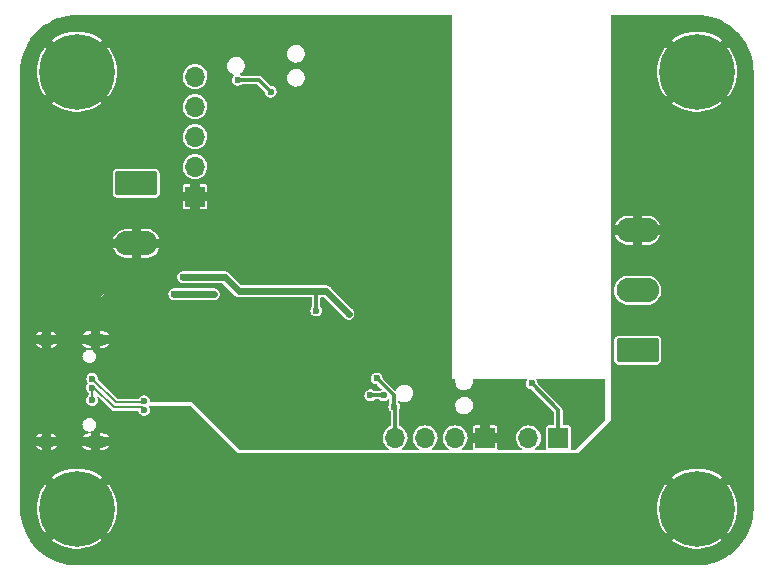
<source format=gbl>
G04 #@! TF.GenerationSoftware,KiCad,Pcbnew,6.0.4-6f826c9f35~116~ubuntu20.04.1*
G04 #@! TF.CreationDate,2022-03-24T16:15:20+01:00*
G04 #@! TF.ProjectId,philphoc-luma,7068696c-7068-46f6-932d-6c756d612e6b,rev?*
G04 #@! TF.SameCoordinates,Original*
G04 #@! TF.FileFunction,Copper,L2,Bot*
G04 #@! TF.FilePolarity,Positive*
%FSLAX46Y46*%
G04 Gerber Fmt 4.6, Leading zero omitted, Abs format (unit mm)*
G04 Created by KiCad (PCBNEW 6.0.4-6f826c9f35~116~ubuntu20.04.1) date 2022-03-24 16:15:20*
%MOMM*%
%LPD*%
G01*
G04 APERTURE LIST*
G04 Aperture macros list*
%AMRoundRect*
0 Rectangle with rounded corners*
0 $1 Rounding radius*
0 $2 $3 $4 $5 $6 $7 $8 $9 X,Y pos of 4 corners*
0 Add a 4 corners polygon primitive as box body*
4,1,4,$2,$3,$4,$5,$6,$7,$8,$9,$2,$3,0*
0 Add four circle primitives for the rounded corners*
1,1,$1+$1,$2,$3*
1,1,$1+$1,$4,$5*
1,1,$1+$1,$6,$7*
1,1,$1+$1,$8,$9*
0 Add four rect primitives between the rounded corners*
20,1,$1+$1,$2,$3,$4,$5,0*
20,1,$1+$1,$4,$5,$6,$7,0*
20,1,$1+$1,$6,$7,$8,$9,0*
20,1,$1+$1,$8,$9,$2,$3,0*%
G04 Aperture macros list end*
G04 #@! TA.AperFunction,ComponentPad*
%ADD10R,1.700000X1.700000*%
G04 #@! TD*
G04 #@! TA.AperFunction,ComponentPad*
%ADD11O,1.700000X1.700000*%
G04 #@! TD*
G04 #@! TA.AperFunction,ComponentPad*
%ADD12C,0.800000*%
G04 #@! TD*
G04 #@! TA.AperFunction,ComponentPad*
%ADD13C,6.400000*%
G04 #@! TD*
G04 #@! TA.AperFunction,ComponentPad*
%ADD14RoundRect,0.249999X-1.550001X0.790001X-1.550001X-0.790001X1.550001X-0.790001X1.550001X0.790001X0*%
G04 #@! TD*
G04 #@! TA.AperFunction,ComponentPad*
%ADD15O,3.600000X2.080000*%
G04 #@! TD*
G04 #@! TA.AperFunction,ComponentPad*
%ADD16RoundRect,0.249999X1.550001X-0.790001X1.550001X0.790001X-1.550001X0.790001X-1.550001X-0.790001X0*%
G04 #@! TD*
G04 #@! TA.AperFunction,ComponentPad*
%ADD17O,2.100000X1.000000*%
G04 #@! TD*
G04 #@! TA.AperFunction,ComponentPad*
%ADD18O,1.600000X1.000000*%
G04 #@! TD*
G04 #@! TA.AperFunction,ViaPad*
%ADD19C,0.600000*%
G04 #@! TD*
G04 #@! TA.AperFunction,Conductor*
%ADD20C,0.300000*%
G04 #@! TD*
G04 #@! TA.AperFunction,Conductor*
%ADD21C,0.600000*%
G04 #@! TD*
G04 #@! TA.AperFunction,Conductor*
%ADD22C,0.200000*%
G04 #@! TD*
G04 APERTURE END LIST*
D10*
X65000000Y-67075000D03*
D11*
X65000000Y-64535000D03*
X65000000Y-61995000D03*
X65000000Y-59455000D03*
X65000000Y-56915000D03*
D12*
X109197056Y-54802944D03*
D13*
X107500000Y-56500000D03*
D12*
X107500000Y-54100000D03*
X105802944Y-54802944D03*
X105100000Y-56500000D03*
X105802944Y-58197056D03*
X109900000Y-56500000D03*
X107500000Y-58900000D03*
X109197056Y-58197056D03*
X55000000Y-58900000D03*
X57400000Y-56500000D03*
X56697056Y-54802944D03*
D13*
X55000000Y-56500000D03*
D12*
X52600000Y-56500000D03*
X55000000Y-54100000D03*
X56697056Y-58197056D03*
X53302944Y-54802944D03*
X53302944Y-58197056D03*
D14*
X60027500Y-65960000D03*
D15*
X60027500Y-71040000D03*
D10*
X89560000Y-87500000D03*
D11*
X87020000Y-87500000D03*
X84480000Y-87500000D03*
X81940000Y-87500000D03*
D12*
X107500000Y-91100000D03*
X107500000Y-95900000D03*
D13*
X107500000Y-93500000D03*
D12*
X105802944Y-95197056D03*
X109197056Y-95197056D03*
X109900000Y-93500000D03*
X105802944Y-91802944D03*
X105100000Y-93500000D03*
X109197056Y-91802944D03*
D10*
X95770000Y-87500000D03*
D11*
X93230000Y-87500000D03*
D12*
X53302944Y-91802944D03*
X57400000Y-93500000D03*
D13*
X55000000Y-93500000D03*
D12*
X52600000Y-93500000D03*
X56697056Y-91802944D03*
X55000000Y-95900000D03*
X55000000Y-91100000D03*
X53302944Y-95197056D03*
X56697056Y-95197056D03*
D16*
X102472500Y-80080000D03*
D15*
X102472500Y-75000000D03*
X102472500Y-69920000D03*
D17*
X56585000Y-79180000D03*
X56585000Y-87820000D03*
D18*
X52405000Y-87820000D03*
X52405000Y-79180000D03*
D19*
X79650000Y-80700000D03*
X86000000Y-61000000D03*
X86000000Y-69000000D03*
X66750000Y-70000000D03*
X61400000Y-59800000D03*
X66800000Y-85800000D03*
X65200000Y-77687500D03*
X86000000Y-53000000D03*
X73600000Y-87500000D03*
X60250000Y-52500000D03*
X88900000Y-84000000D03*
X86000000Y-73000000D03*
X60750000Y-82000000D03*
X66200000Y-78687500D03*
X86000000Y-65000000D03*
X65200000Y-78687500D03*
X79600000Y-56000000D03*
X87300000Y-83750000D03*
X86000000Y-75000000D03*
X86000000Y-71000000D03*
X61400000Y-62200000D03*
X79400000Y-78000000D03*
X79700000Y-87300000D03*
X74900000Y-80800000D03*
X93600000Y-85800000D03*
X67300000Y-60700000D03*
X65200000Y-76687500D03*
X68500000Y-80750000D03*
X72600000Y-57600000D03*
X71600000Y-87500000D03*
X60250000Y-57000000D03*
X91200000Y-84000000D03*
X58913500Y-83575000D03*
X71000000Y-69000000D03*
X94950000Y-85750000D03*
X68700000Y-76200000D03*
X75500000Y-73500000D03*
X69000000Y-88000000D03*
X66500000Y-72800000D03*
X62750000Y-68750000D03*
X96450000Y-85750000D03*
X62000000Y-76750000D03*
X86000000Y-59000000D03*
X66200000Y-77687500D03*
X86000000Y-77000000D03*
X77600000Y-80800000D03*
X71000000Y-62000000D03*
X60250000Y-61000000D03*
X86000000Y-55000000D03*
X68200000Y-84200000D03*
X64500000Y-80750000D03*
X66200000Y-76687500D03*
X76400000Y-56000000D03*
X86000000Y-79000000D03*
X97550000Y-82900000D03*
X61750000Y-80000000D03*
X77000000Y-77600000D03*
X57750000Y-76250000D03*
X86000000Y-67000000D03*
X79500000Y-83000000D03*
X65000000Y-83800000D03*
X68600000Y-73400000D03*
X86000000Y-63000000D03*
X86000000Y-81000000D03*
X62300000Y-83800000D03*
X73800000Y-78800000D03*
X60850000Y-77950000D03*
X69200000Y-78700000D03*
X62750000Y-64500000D03*
X86000000Y-57000000D03*
X63200000Y-72500000D03*
X65000000Y-71500000D03*
X71500000Y-73000000D03*
X99400000Y-84000000D03*
X74000000Y-84000000D03*
X77800000Y-83700000D03*
X62250000Y-74750000D03*
X75275000Y-76725000D03*
X80375000Y-82475000D03*
X78000000Y-77000000D03*
X81875000Y-84850000D03*
X64000000Y-73900000D03*
X63250000Y-75350000D03*
X66600000Y-75350000D03*
X68600000Y-57200000D03*
X71400000Y-58200000D03*
X56264652Y-84302930D03*
X60700000Y-85126503D03*
X56286175Y-83249919D03*
X56300000Y-82500000D03*
X60700000Y-84400000D03*
X93500000Y-82900000D03*
X79848500Y-83900000D03*
X81001500Y-83900000D03*
D20*
X81940000Y-84915000D02*
X81940000Y-87500000D01*
X80391811Y-82475000D02*
X80375000Y-82475000D01*
D21*
X67500000Y-73900000D02*
X64000000Y-73900000D01*
X76100000Y-75100000D02*
X75300000Y-75100000D01*
X75300000Y-75100000D02*
X68700000Y-75100000D01*
D20*
X81875000Y-84850000D02*
X81816449Y-84791449D01*
D21*
X68700000Y-75100000D02*
X67500000Y-73900000D01*
D20*
X75275000Y-76725000D02*
X75275000Y-75125000D01*
D21*
X78000000Y-77000000D02*
X76100000Y-75100000D01*
D20*
X75275000Y-75125000D02*
X75300000Y-75100000D01*
X81816449Y-83899638D02*
X80391811Y-82475000D01*
X81816449Y-84791449D02*
X81816449Y-83899638D01*
X81875000Y-84850000D02*
X81940000Y-84915000D01*
D21*
X66600000Y-75350000D02*
X63250000Y-75350000D01*
D20*
X68600000Y-57200000D02*
X70400000Y-57200000D01*
X70400000Y-57200000D02*
X71400000Y-58200000D01*
D22*
X60473497Y-84900000D02*
X58100000Y-84900000D01*
X56449919Y-83249919D02*
X56286175Y-83249919D01*
X56286175Y-84281407D02*
X56286175Y-83249919D01*
X56264652Y-84302930D02*
X56286175Y-84281407D01*
X58100000Y-84900000D02*
X56449919Y-83249919D01*
X60700000Y-85126503D02*
X60473497Y-84900000D01*
X60600000Y-84500000D02*
X58300000Y-84500000D01*
X58300000Y-84500000D02*
X56300000Y-82500000D01*
X60700000Y-84400000D02*
X60600000Y-84500000D01*
D20*
X93500000Y-82900000D02*
X95770000Y-85170000D01*
X95770000Y-85170000D02*
X95770000Y-87500000D01*
X81001500Y-83900000D02*
X79848500Y-83900000D01*
G04 #@! TA.AperFunction,Conductor*
G36*
X86731694Y-51718806D02*
G01*
X86750000Y-51763000D01*
X86750000Y-82500000D01*
X87000010Y-82500000D01*
X87044204Y-82518306D01*
X87062510Y-82562500D01*
X87059827Y-82580617D01*
X87053507Y-82601484D01*
X87042775Y-82774468D01*
X87072126Y-82945282D01*
X87139986Y-83104762D01*
X87242713Y-83244353D01*
X87374799Y-83356568D01*
X87529157Y-83435387D01*
X87697507Y-83476582D01*
X87704976Y-83477045D01*
X87707467Y-83477200D01*
X87707471Y-83477200D01*
X87708436Y-83477260D01*
X87833400Y-83477260D01*
X87962151Y-83462249D01*
X87983298Y-83454573D01*
X88121652Y-83404353D01*
X88121655Y-83404352D01*
X88125067Y-83403113D01*
X88151325Y-83385898D01*
X88194306Y-83357718D01*
X88270010Y-83308085D01*
X88389203Y-83182261D01*
X88391026Y-83179123D01*
X88391028Y-83179120D01*
X88474435Y-83035524D01*
X88474436Y-83035523D01*
X88476254Y-83032392D01*
X88518223Y-82893823D01*
X88525440Y-82869993D01*
X88525440Y-82869992D01*
X88526493Y-82866516D01*
X88537225Y-82693532D01*
X88516528Y-82573083D01*
X88527085Y-82526429D01*
X88567541Y-82500903D01*
X88578125Y-82500000D01*
X93046883Y-82500000D01*
X93091077Y-82518306D01*
X93109383Y-82562500D01*
X93093729Y-82603873D01*
X93077377Y-82622388D01*
X93016447Y-82752163D01*
X92994391Y-82893823D01*
X92994968Y-82898236D01*
X92994968Y-82898238D01*
X92996486Y-82909845D01*
X93012980Y-83035979D01*
X93014773Y-83040054D01*
X93044534Y-83107690D01*
X93070720Y-83167203D01*
X93073584Y-83170610D01*
X93160107Y-83273543D01*
X93160110Y-83273546D01*
X93162970Y-83276948D01*
X93282313Y-83356390D01*
X93419157Y-83399142D01*
X93423607Y-83399224D01*
X93423610Y-83399224D01*
X93479820Y-83400254D01*
X93522869Y-83418550D01*
X95401194Y-85296875D01*
X95419500Y-85341069D01*
X95419500Y-86387000D01*
X95401194Y-86431194D01*
X95357000Y-86449500D01*
X94900252Y-86449500D01*
X94897242Y-86450099D01*
X94897239Y-86450099D01*
X94847805Y-86459932D01*
X94847803Y-86459933D01*
X94841769Y-86461133D01*
X94836655Y-86464550D01*
X94836653Y-86464551D01*
X94795812Y-86491841D01*
X94775448Y-86505448D01*
X94731133Y-86571769D01*
X94729933Y-86577803D01*
X94729932Y-86577805D01*
X94720568Y-86624882D01*
X94719500Y-86630252D01*
X94719500Y-88369748D01*
X94720099Y-88372758D01*
X94720099Y-88372761D01*
X94730551Y-88425307D01*
X94721219Y-88472223D01*
X94681445Y-88498799D01*
X94669252Y-88500000D01*
X93837940Y-88500000D01*
X93793746Y-88481694D01*
X93775440Y-88437500D01*
X93793746Y-88393306D01*
X93799461Y-88388249D01*
X93819349Y-88372711D01*
X93957951Y-88264424D01*
X93986910Y-88230875D01*
X94010980Y-88202989D01*
X94092564Y-88108472D01*
X94194323Y-87929344D01*
X94259351Y-87733863D01*
X94264452Y-87693489D01*
X94284951Y-87531216D01*
X94284951Y-87531215D01*
X94285171Y-87529474D01*
X94285583Y-87500000D01*
X94285414Y-87498280D01*
X94285414Y-87498271D01*
X94265778Y-87298010D01*
X94265480Y-87294970D01*
X94205935Y-87097749D01*
X94109218Y-86915849D01*
X93979011Y-86756200D01*
X93820275Y-86624882D01*
X93639055Y-86526897D01*
X93569764Y-86505448D01*
X93445169Y-86466879D01*
X93445166Y-86466878D01*
X93442254Y-86465977D01*
X93439221Y-86465658D01*
X93439220Y-86465658D01*
X93384739Y-86459932D01*
X93237369Y-86444443D01*
X93234336Y-86444719D01*
X93234332Y-86444719D01*
X93121436Y-86454993D01*
X93032203Y-86463114D01*
X93029270Y-86463977D01*
X93029266Y-86463978D01*
X92934597Y-86491841D01*
X92834572Y-86521280D01*
X92652002Y-86616726D01*
X92491447Y-86745815D01*
X92359024Y-86903630D01*
X92259776Y-87084162D01*
X92197484Y-87280532D01*
X92197143Y-87283570D01*
X92197143Y-87283571D01*
X92195524Y-87298010D01*
X92174520Y-87485262D01*
X92191759Y-87690553D01*
X92248544Y-87888586D01*
X92342712Y-88071818D01*
X92344603Y-88074204D01*
X92344605Y-88074207D01*
X92373598Y-88110787D01*
X92470677Y-88233270D01*
X92627564Y-88366791D01*
X92656463Y-88382942D01*
X92686111Y-88420482D01*
X92680530Y-88467991D01*
X92642990Y-88497639D01*
X92625972Y-88500000D01*
X90660238Y-88500000D01*
X90616044Y-88481694D01*
X90597738Y-88437500D01*
X90598939Y-88425307D01*
X90609401Y-88372711D01*
X90610000Y-88366627D01*
X90610000Y-87912431D01*
X90606359Y-87903641D01*
X90597569Y-87900000D01*
X88522431Y-87900000D01*
X88513641Y-87903641D01*
X88510000Y-87912431D01*
X88510000Y-88366627D01*
X88510599Y-88372711D01*
X88521061Y-88425307D01*
X88511729Y-88472223D01*
X88471955Y-88498799D01*
X88459762Y-88500000D01*
X87627940Y-88500000D01*
X87583746Y-88481694D01*
X87565440Y-88437500D01*
X87583746Y-88393306D01*
X87589461Y-88388249D01*
X87609349Y-88372711D01*
X87747951Y-88264424D01*
X87776910Y-88230875D01*
X87800980Y-88202989D01*
X87882564Y-88108472D01*
X87984323Y-87929344D01*
X88049351Y-87733863D01*
X88054452Y-87693489D01*
X88074951Y-87531216D01*
X88074951Y-87531215D01*
X88075171Y-87529474D01*
X88075583Y-87500000D01*
X88075414Y-87498280D01*
X88075414Y-87498271D01*
X88055778Y-87298010D01*
X88055480Y-87294970D01*
X87995935Y-87097749D01*
X87990522Y-87087569D01*
X88510000Y-87087569D01*
X88513641Y-87096359D01*
X88522431Y-87100000D01*
X89147569Y-87100000D01*
X89156359Y-87096359D01*
X89160000Y-87087569D01*
X89960000Y-87087569D01*
X89963641Y-87096359D01*
X89972431Y-87100000D01*
X90597569Y-87100000D01*
X90606359Y-87096359D01*
X90610000Y-87087569D01*
X90610000Y-86633373D01*
X90609401Y-86627289D01*
X90599597Y-86578003D01*
X90594976Y-86566845D01*
X90557611Y-86510925D01*
X90549075Y-86502389D01*
X90493155Y-86465024D01*
X90481997Y-86460403D01*
X90432711Y-86450599D01*
X90426627Y-86450000D01*
X89972431Y-86450000D01*
X89963641Y-86453641D01*
X89960000Y-86462431D01*
X89960000Y-87087569D01*
X89160000Y-87087569D01*
X89160000Y-86462431D01*
X89156359Y-86453641D01*
X89147569Y-86450000D01*
X88693373Y-86450000D01*
X88687289Y-86450599D01*
X88638003Y-86460403D01*
X88626845Y-86465024D01*
X88570925Y-86502389D01*
X88562389Y-86510925D01*
X88525024Y-86566845D01*
X88520403Y-86578003D01*
X88510599Y-86627289D01*
X88510000Y-86633373D01*
X88510000Y-87087569D01*
X87990522Y-87087569D01*
X87899218Y-86915849D01*
X87769011Y-86756200D01*
X87610275Y-86624882D01*
X87429055Y-86526897D01*
X87359764Y-86505448D01*
X87235169Y-86466879D01*
X87235166Y-86466878D01*
X87232254Y-86465977D01*
X87229221Y-86465658D01*
X87229220Y-86465658D01*
X87174739Y-86459932D01*
X87027369Y-86444443D01*
X87024336Y-86444719D01*
X87024332Y-86444719D01*
X86911436Y-86454993D01*
X86822203Y-86463114D01*
X86819270Y-86463977D01*
X86819266Y-86463978D01*
X86724597Y-86491841D01*
X86624572Y-86521280D01*
X86442002Y-86616726D01*
X86281447Y-86745815D01*
X86149024Y-86903630D01*
X86049776Y-87084162D01*
X85987484Y-87280532D01*
X85987143Y-87283570D01*
X85987143Y-87283571D01*
X85985524Y-87298010D01*
X85964520Y-87485262D01*
X85981759Y-87690553D01*
X86038544Y-87888586D01*
X86132712Y-88071818D01*
X86134603Y-88074204D01*
X86134605Y-88074207D01*
X86163598Y-88110787D01*
X86260677Y-88233270D01*
X86417564Y-88366791D01*
X86446463Y-88382942D01*
X86476111Y-88420482D01*
X86470530Y-88467991D01*
X86432990Y-88497639D01*
X86415972Y-88500000D01*
X85087940Y-88500000D01*
X85043746Y-88481694D01*
X85025440Y-88437500D01*
X85043746Y-88393306D01*
X85049461Y-88388249D01*
X85069349Y-88372711D01*
X85207951Y-88264424D01*
X85236910Y-88230875D01*
X85260980Y-88202989D01*
X85342564Y-88108472D01*
X85444323Y-87929344D01*
X85509351Y-87733863D01*
X85514452Y-87693489D01*
X85534951Y-87531216D01*
X85534951Y-87531215D01*
X85535171Y-87529474D01*
X85535583Y-87500000D01*
X85535414Y-87498280D01*
X85535414Y-87498271D01*
X85515778Y-87298010D01*
X85515480Y-87294970D01*
X85455935Y-87097749D01*
X85359218Y-86915849D01*
X85229011Y-86756200D01*
X85070275Y-86624882D01*
X84889055Y-86526897D01*
X84819764Y-86505448D01*
X84695169Y-86466879D01*
X84695166Y-86466878D01*
X84692254Y-86465977D01*
X84689221Y-86465658D01*
X84689220Y-86465658D01*
X84634739Y-86459932D01*
X84487369Y-86444443D01*
X84484336Y-86444719D01*
X84484332Y-86444719D01*
X84371436Y-86454993D01*
X84282203Y-86463114D01*
X84279270Y-86463977D01*
X84279266Y-86463978D01*
X84184597Y-86491841D01*
X84084572Y-86521280D01*
X83902002Y-86616726D01*
X83741447Y-86745815D01*
X83609024Y-86903630D01*
X83509776Y-87084162D01*
X83447484Y-87280532D01*
X83447143Y-87283570D01*
X83447143Y-87283571D01*
X83445524Y-87298010D01*
X83424520Y-87485262D01*
X83441759Y-87690553D01*
X83498544Y-87888586D01*
X83592712Y-88071818D01*
X83594603Y-88074204D01*
X83594605Y-88074207D01*
X83623598Y-88110787D01*
X83720677Y-88233270D01*
X83877564Y-88366791D01*
X83906463Y-88382942D01*
X83936111Y-88420482D01*
X83930530Y-88467991D01*
X83892990Y-88497639D01*
X83875972Y-88500000D01*
X82547940Y-88500000D01*
X82503746Y-88481694D01*
X82485440Y-88437500D01*
X82503746Y-88393306D01*
X82509461Y-88388249D01*
X82529349Y-88372711D01*
X82667951Y-88264424D01*
X82696910Y-88230875D01*
X82720980Y-88202989D01*
X82802564Y-88108472D01*
X82904323Y-87929344D01*
X82969351Y-87733863D01*
X82974452Y-87693489D01*
X82994951Y-87531216D01*
X82994951Y-87531215D01*
X82995171Y-87529474D01*
X82995583Y-87500000D01*
X82995414Y-87498280D01*
X82995414Y-87498271D01*
X82975778Y-87298010D01*
X82975480Y-87294970D01*
X82915935Y-87097749D01*
X82819218Y-86915849D01*
X82689011Y-86756200D01*
X82530275Y-86624882D01*
X82349055Y-86526897D01*
X82334518Y-86522397D01*
X82297714Y-86491841D01*
X82290500Y-86462692D01*
X82290500Y-85154734D01*
X82296754Y-85127483D01*
X82354768Y-85007741D01*
X82356710Y-85003733D01*
X82359012Y-84990054D01*
X82380096Y-84864729D01*
X82380496Y-84862354D01*
X82380647Y-84850000D01*
X82374413Y-84806468D01*
X87042775Y-84806468D01*
X87072126Y-84977282D01*
X87139986Y-85136762D01*
X87242713Y-85276353D01*
X87245479Y-85278703D01*
X87245481Y-85278705D01*
X87266869Y-85296875D01*
X87374799Y-85388568D01*
X87529157Y-85467387D01*
X87697507Y-85508582D01*
X87704976Y-85509045D01*
X87707467Y-85509200D01*
X87707471Y-85509200D01*
X87708436Y-85509260D01*
X87833400Y-85509260D01*
X87962151Y-85494249D01*
X88033777Y-85468250D01*
X88121652Y-85436353D01*
X88121655Y-85436352D01*
X88125067Y-85435113D01*
X88270010Y-85340085D01*
X88389203Y-85214261D01*
X88391026Y-85211123D01*
X88391028Y-85211120D01*
X88474435Y-85067524D01*
X88474436Y-85067523D01*
X88476254Y-85064392D01*
X88500425Y-84984585D01*
X88525440Y-84901993D01*
X88525440Y-84901992D01*
X88526493Y-84898516D01*
X88537225Y-84725532D01*
X88507874Y-84554718D01*
X88440014Y-84395238D01*
X88337287Y-84255647D01*
X88334179Y-84253006D01*
X88273747Y-84201666D01*
X88205201Y-84143432D01*
X88050843Y-84064613D01*
X87882493Y-84023418D01*
X87874981Y-84022952D01*
X87872533Y-84022800D01*
X87872529Y-84022800D01*
X87871564Y-84022740D01*
X87746600Y-84022740D01*
X87617849Y-84037751D01*
X87614430Y-84038992D01*
X87458348Y-84095647D01*
X87458345Y-84095648D01*
X87454933Y-84096887D01*
X87309990Y-84191915D01*
X87190797Y-84317739D01*
X87188974Y-84320877D01*
X87188972Y-84320880D01*
X87118188Y-84442744D01*
X87103746Y-84467608D01*
X87053507Y-84633484D01*
X87042775Y-84806468D01*
X82374413Y-84806468D01*
X82360323Y-84708082D01*
X82300984Y-84577572D01*
X82207400Y-84468963D01*
X82203665Y-84466542D01*
X82195456Y-84461221D01*
X82168326Y-84421823D01*
X82166949Y-84408774D01*
X82166949Y-84400726D01*
X82185255Y-84356532D01*
X82229449Y-84338226D01*
X82269914Y-84353094D01*
X82294089Y-84373632D01*
X82448711Y-84452586D01*
X82617348Y-84493851D01*
X82624832Y-84494315D01*
X82627324Y-84494470D01*
X82627328Y-84494470D01*
X82628293Y-84494530D01*
X82753478Y-84494530D01*
X82755268Y-84494321D01*
X82755273Y-84494321D01*
X82804477Y-84488584D01*
X82882445Y-84479494D01*
X82932786Y-84461221D01*
X83042225Y-84421497D01*
X83042228Y-84421495D01*
X83045640Y-84420257D01*
X83061372Y-84409943D01*
X83114232Y-84375286D01*
X83190830Y-84325066D01*
X83310227Y-84199027D01*
X83312050Y-84195889D01*
X83312052Y-84195886D01*
X83395608Y-84052034D01*
X83395609Y-84052032D01*
X83397427Y-84048902D01*
X83442448Y-83900255D01*
X83446699Y-83886220D01*
X83446699Y-83886219D01*
X83447752Y-83882743D01*
X83458502Y-83709463D01*
X83429101Y-83538357D01*
X83361125Y-83378605D01*
X83258222Y-83238775D01*
X83125911Y-83126368D01*
X82971289Y-83047414D01*
X82802652Y-83006149D01*
X82795076Y-83005679D01*
X82792676Y-83005530D01*
X82792672Y-83005530D01*
X82791707Y-83005470D01*
X82666522Y-83005470D01*
X82664732Y-83005679D01*
X82664727Y-83005679D01*
X82615523Y-83011416D01*
X82537555Y-83020506D01*
X82534139Y-83021746D01*
X82377775Y-83078503D01*
X82377772Y-83078505D01*
X82374360Y-83079743D01*
X82229170Y-83174934D01*
X82109773Y-83300973D01*
X82107950Y-83304111D01*
X82107948Y-83304114D01*
X82028552Y-83440804D01*
X82022573Y-83451098D01*
X82021522Y-83454569D01*
X82021520Y-83454573D01*
X82015855Y-83473275D01*
X81985525Y-83510266D01*
X81937922Y-83514974D01*
X81911845Y-83499352D01*
X80894226Y-82481733D01*
X80876551Y-82446399D01*
X80875776Y-82440985D01*
X80860323Y-82333082D01*
X80800984Y-82202572D01*
X80707400Y-82093963D01*
X80587095Y-82015985D01*
X80574456Y-82012205D01*
X80502681Y-81990740D01*
X80449739Y-81974907D01*
X80378058Y-81974469D01*
X80310829Y-81974058D01*
X80310828Y-81974058D01*
X80306376Y-81974031D01*
X80168529Y-82013428D01*
X80047280Y-82089930D01*
X80044337Y-82093262D01*
X80044335Y-82093264D01*
X80021639Y-82118963D01*
X79952377Y-82197388D01*
X79891447Y-82327163D01*
X79869391Y-82468823D01*
X79869968Y-82473236D01*
X79869968Y-82473238D01*
X79876439Y-82522718D01*
X79887980Y-82610979D01*
X79889773Y-82615054D01*
X79925898Y-82697153D01*
X79945720Y-82742203D01*
X79948584Y-82745610D01*
X80035107Y-82848543D01*
X80035110Y-82848546D01*
X80037970Y-82851948D01*
X80157313Y-82931390D01*
X80294157Y-82974142D01*
X80298607Y-82974224D01*
X80298610Y-82974224D01*
X80371945Y-82975568D01*
X80414993Y-82993864D01*
X80779282Y-83358153D01*
X80797588Y-83402347D01*
X80779282Y-83446541D01*
X80768439Y-83455205D01*
X80673780Y-83514930D01*
X80662416Y-83527798D01*
X80661909Y-83528372D01*
X80615062Y-83549500D01*
X80235860Y-83549500D01*
X80188513Y-83527798D01*
X80183808Y-83522338D01*
X80180900Y-83518963D01*
X80060595Y-83440985D01*
X80047956Y-83437205D01*
X79933959Y-83403113D01*
X79923239Y-83399907D01*
X79851558Y-83399469D01*
X79784329Y-83399058D01*
X79784328Y-83399058D01*
X79779876Y-83399031D01*
X79642029Y-83438428D01*
X79520780Y-83514930D01*
X79517837Y-83518262D01*
X79517835Y-83518264D01*
X79500090Y-83538357D01*
X79425877Y-83622388D01*
X79364947Y-83752163D01*
X79342891Y-83893823D01*
X79343468Y-83898236D01*
X79343468Y-83898238D01*
X79348564Y-83937205D01*
X79361480Y-84035979D01*
X79363273Y-84040054D01*
X79409794Y-84145780D01*
X79419220Y-84167203D01*
X79422084Y-84170610D01*
X79508607Y-84273543D01*
X79508610Y-84273546D01*
X79511470Y-84276948D01*
X79630813Y-84356390D01*
X79635064Y-84357718D01*
X79763405Y-84397814D01*
X79763408Y-84397814D01*
X79767657Y-84399142D01*
X79772109Y-84399224D01*
X79772111Y-84399224D01*
X79843142Y-84400526D01*
X79910999Y-84401770D01*
X80049317Y-84364060D01*
X80171491Y-84289045D01*
X80187772Y-84271058D01*
X80234109Y-84250500D01*
X80613127Y-84250500D01*
X80657321Y-84268806D01*
X80660966Y-84272780D01*
X80664470Y-84276948D01*
X80783813Y-84356390D01*
X80788064Y-84357718D01*
X80916405Y-84397814D01*
X80916408Y-84397814D01*
X80920657Y-84399142D01*
X80925109Y-84399224D01*
X80925111Y-84399224D01*
X80996142Y-84400526D01*
X81063999Y-84401770D01*
X81202317Y-84364060D01*
X81324491Y-84289045D01*
X81327479Y-84285744D01*
X81357112Y-84253006D01*
X81400342Y-84232525D01*
X81445391Y-84248611D01*
X81465949Y-84294948D01*
X81465949Y-84534186D01*
X81455685Y-84568503D01*
X81455327Y-84569048D01*
X81452377Y-84572388D01*
X81450485Y-84576417D01*
X81450484Y-84576419D01*
X81446134Y-84585684D01*
X81391447Y-84702163D01*
X81390762Y-84706561D01*
X81390762Y-84706562D01*
X81387245Y-84729153D01*
X81369391Y-84843823D01*
X81369968Y-84848236D01*
X81369968Y-84848238D01*
X81376543Y-84898516D01*
X81387980Y-84985979D01*
X81389773Y-84990054D01*
X81430349Y-85082269D01*
X81445720Y-85117203D01*
X81454361Y-85127483D01*
X81535107Y-85223543D01*
X81535110Y-85223546D01*
X81537970Y-85226948D01*
X81541672Y-85229413D01*
X81541674Y-85229414D01*
X81561633Y-85242700D01*
X81588278Y-85282428D01*
X81589500Y-85294727D01*
X81589500Y-86461301D01*
X81571194Y-86505495D01*
X81549896Y-86518181D01*
X81550337Y-86519273D01*
X81547509Y-86520416D01*
X81544572Y-86521280D01*
X81362002Y-86616726D01*
X81201447Y-86745815D01*
X81069024Y-86903630D01*
X80969776Y-87084162D01*
X80907484Y-87280532D01*
X80907143Y-87283570D01*
X80907143Y-87283571D01*
X80905524Y-87298010D01*
X80884520Y-87485262D01*
X80901759Y-87690553D01*
X80958544Y-87888586D01*
X81052712Y-88071818D01*
X81054603Y-88074204D01*
X81054605Y-88074207D01*
X81083598Y-88110787D01*
X81180677Y-88233270D01*
X81337564Y-88366791D01*
X81366463Y-88382942D01*
X81396111Y-88420482D01*
X81390530Y-88467991D01*
X81352990Y-88497639D01*
X81335972Y-88500000D01*
X68775888Y-88500000D01*
X68731694Y-88481694D01*
X64750000Y-84500000D01*
X61264644Y-84500000D01*
X61220450Y-84481694D01*
X61202144Y-84437500D01*
X61203010Y-84427130D01*
X61205097Y-84414728D01*
X61205097Y-84414723D01*
X61205496Y-84412354D01*
X61205647Y-84400000D01*
X61185323Y-84258082D01*
X61125984Y-84127572D01*
X61036239Y-84023418D01*
X61035303Y-84022332D01*
X61032400Y-84018963D01*
X60912095Y-83940985D01*
X60899456Y-83937205D01*
X60834770Y-83917860D01*
X60774739Y-83899907D01*
X60703058Y-83899469D01*
X60635829Y-83899058D01*
X60635828Y-83899058D01*
X60631376Y-83899031D01*
X60493529Y-83938428D01*
X60372280Y-84014930D01*
X60369337Y-84018262D01*
X60369335Y-84018264D01*
X60298140Y-84098878D01*
X60277377Y-84122388D01*
X60266395Y-84145780D01*
X60258046Y-84163562D01*
X60222694Y-84195786D01*
X60201471Y-84199500D01*
X58450359Y-84199500D01*
X58406165Y-84181194D01*
X57000000Y-82775029D01*
X57000000Y-79880000D01*
X57175593Y-79880000D01*
X57179365Y-79879772D01*
X57299456Y-79865240D01*
X57306727Y-79863454D01*
X57458164Y-79806230D01*
X57464794Y-79802764D01*
X57598211Y-79711069D01*
X57603825Y-79706120D01*
X57709864Y-79587105D01*
X57710393Y-79581514D01*
X57709522Y-79580461D01*
X57707667Y-79580000D01*
X57000000Y-79580000D01*
X57000000Y-78780000D01*
X57702591Y-78780000D01*
X57709675Y-78777066D01*
X57707574Y-78771462D01*
X57609307Y-78658816D01*
X57603748Y-78653811D01*
X57471301Y-78560726D01*
X57464702Y-78557187D01*
X57313871Y-78498380D01*
X57306624Y-78496520D01*
X57183171Y-78480267D01*
X57179092Y-78480000D01*
X57000000Y-78480000D01*
X57000000Y-75600000D01*
X57256177Y-75343823D01*
X62744391Y-75343823D01*
X62744968Y-75348235D01*
X62744968Y-75348237D01*
X62748708Y-75376833D01*
X62749235Y-75385320D01*
X62749031Y-75418624D01*
X62757235Y-75447330D01*
X62759110Y-75456380D01*
X62762980Y-75485979D01*
X62764774Y-75490056D01*
X62776389Y-75516454D01*
X62779275Y-75524447D01*
X62788428Y-75556471D01*
X62790801Y-75560232D01*
X62790805Y-75560241D01*
X62804353Y-75581713D01*
X62808702Y-75589891D01*
X62820720Y-75617203D01*
X62823584Y-75620610D01*
X62842145Y-75642691D01*
X62847160Y-75649556D01*
X62853914Y-75660260D01*
X62864930Y-75677720D01*
X62887304Y-75697480D01*
X62893769Y-75704106D01*
X62910104Y-75723540D01*
X62910109Y-75723545D01*
X62912970Y-75726948D01*
X62926187Y-75735746D01*
X62940691Y-75745401D01*
X62947432Y-75750582D01*
X62972388Y-75772623D01*
X62976418Y-75774515D01*
X62999398Y-75785304D01*
X63007468Y-75789851D01*
X63032313Y-75806390D01*
X63036564Y-75807718D01*
X63036566Y-75807719D01*
X63064095Y-75816320D01*
X63072019Y-75819401D01*
X63098128Y-75831659D01*
X63098131Y-75831660D01*
X63102163Y-75833553D01*
X63106563Y-75834238D01*
X63106566Y-75834239D01*
X63131656Y-75838145D01*
X63140679Y-75840245D01*
X63164903Y-75847813D01*
X63169157Y-75849142D01*
X63173607Y-75849224D01*
X63173610Y-75849224D01*
X63202448Y-75849752D01*
X63206202Y-75850075D01*
X63206212Y-75849942D01*
X63208629Y-75850129D01*
X63211009Y-75850500D01*
X63242682Y-75850500D01*
X63243828Y-75850511D01*
X63312499Y-75851770D01*
X63315889Y-75850846D01*
X63321463Y-75850500D01*
X66592682Y-75850500D01*
X66593828Y-75850511D01*
X66662499Y-75851770D01*
X66697958Y-75842103D01*
X66705533Y-75840534D01*
X66737514Y-75835954D01*
X66737516Y-75835953D01*
X66741918Y-75835323D01*
X66749729Y-75831772D01*
X66765937Y-75824403D01*
X66775365Y-75820999D01*
X66781226Y-75819401D01*
X66800817Y-75814060D01*
X66811145Y-75807719D01*
X66832138Y-75794829D01*
X66838971Y-75791196D01*
X66868376Y-75777827D01*
X66868380Y-75777825D01*
X66872428Y-75775984D01*
X66875800Y-75773079D01*
X66875804Y-75773076D01*
X66892419Y-75758760D01*
X66900513Y-75752847D01*
X66912639Y-75745401D01*
X66922991Y-75739045D01*
X66947660Y-75711790D01*
X66953189Y-75706395D01*
X66981037Y-75682400D01*
X66995391Y-75660254D01*
X67001497Y-75652312D01*
X67010206Y-75642691D01*
X67019200Y-75632754D01*
X67035222Y-75599684D01*
X67039021Y-75592942D01*
X67056595Y-75565829D01*
X67056596Y-75565828D01*
X67059015Y-75562095D01*
X67066576Y-75536812D01*
X67070210Y-75527469D01*
X67073656Y-75520356D01*
X67081710Y-75503733D01*
X67083997Y-75490142D01*
X67087807Y-75467489D01*
X67089559Y-75459961D01*
X67100093Y-75424739D01*
X67100254Y-75398353D01*
X67101119Y-75388367D01*
X67102349Y-75381062D01*
X67105496Y-75362354D01*
X67105647Y-75350000D01*
X67101416Y-75320455D01*
X67100786Y-75311216D01*
X67100942Y-75285830D01*
X67100942Y-75285828D01*
X67100969Y-75281376D01*
X67091817Y-75249352D01*
X67090044Y-75241047D01*
X67085954Y-75212488D01*
X67085323Y-75208082D01*
X67072973Y-75180918D01*
X67069776Y-75172228D01*
X67062799Y-75147817D01*
X67062795Y-75147808D01*
X67061572Y-75143529D01*
X67043805Y-75115369D01*
X67039769Y-75107890D01*
X67027825Y-75081622D01*
X67025984Y-75077572D01*
X67016787Y-75066898D01*
X67006503Y-75054963D01*
X67000993Y-75047517D01*
X66987447Y-75026048D01*
X66985070Y-75022280D01*
X66960109Y-75000236D01*
X66954133Y-74994186D01*
X66935308Y-74972337D01*
X66935305Y-74972334D01*
X66932400Y-74968963D01*
X66907356Y-74952730D01*
X66899978Y-74947130D01*
X66899297Y-74946528D01*
X66877612Y-74927377D01*
X66847471Y-74913225D01*
X66840040Y-74909098D01*
X66815830Y-74893406D01*
X66815831Y-74893406D01*
X66812095Y-74890985D01*
X66807834Y-74889711D01*
X66807826Y-74889707D01*
X66783503Y-74882433D01*
X66774849Y-74879129D01*
X66751868Y-74868339D01*
X66751864Y-74868338D01*
X66747837Y-74866447D01*
X66736470Y-74864677D01*
X66714932Y-74861323D01*
X66706643Y-74859447D01*
X66679009Y-74851184D01*
X66674739Y-74849907D01*
X66642761Y-74849711D01*
X66641235Y-74849702D01*
X66639944Y-74849648D01*
X66638991Y-74849500D01*
X66608349Y-74849500D01*
X66607967Y-74849499D01*
X66531376Y-74849031D01*
X66530171Y-74849376D01*
X66528342Y-74849500D01*
X63258349Y-74849500D01*
X63257967Y-74849499D01*
X63185829Y-74849058D01*
X63185828Y-74849058D01*
X63181376Y-74849031D01*
X63177096Y-74850254D01*
X63177091Y-74850255D01*
X63149358Y-74858182D01*
X63141046Y-74859957D01*
X63108082Y-74864677D01*
X63080919Y-74877027D01*
X63072228Y-74880224D01*
X63047817Y-74887201D01*
X63047808Y-74887205D01*
X63043529Y-74888428D01*
X63039760Y-74890806D01*
X63015371Y-74906194D01*
X63007891Y-74910230D01*
X62977572Y-74924016D01*
X62970251Y-74930324D01*
X62954963Y-74943497D01*
X62947517Y-74949007D01*
X62922280Y-74964930D01*
X62919331Y-74968269D01*
X62919330Y-74968270D01*
X62900236Y-74989891D01*
X62894186Y-74995867D01*
X62872337Y-75014692D01*
X62872334Y-75014695D01*
X62868963Y-75017600D01*
X62866541Y-75021337D01*
X62852731Y-75042643D01*
X62847131Y-75050021D01*
X62827377Y-75072388D01*
X62825485Y-75076418D01*
X62813226Y-75102528D01*
X62809099Y-75109958D01*
X62790985Y-75137905D01*
X62789711Y-75142166D01*
X62789707Y-75142174D01*
X62782433Y-75166497D01*
X62779129Y-75175151D01*
X62768339Y-75198132D01*
X62768338Y-75198136D01*
X62766447Y-75202163D01*
X62765762Y-75206562D01*
X62761323Y-75235068D01*
X62759447Y-75243357D01*
X62751699Y-75269270D01*
X62749907Y-75275261D01*
X62749880Y-75279716D01*
X62749724Y-75305107D01*
X62748981Y-75314338D01*
X62748744Y-75315863D01*
X62744391Y-75343823D01*
X57256177Y-75343823D01*
X58000000Y-74600000D01*
X61800000Y-74600000D01*
X62400000Y-74000000D01*
X62400000Y-73893823D01*
X63494391Y-73893823D01*
X63494968Y-73898235D01*
X63494968Y-73898237D01*
X63498708Y-73926833D01*
X63499235Y-73935320D01*
X63499031Y-73968624D01*
X63507235Y-73997330D01*
X63509110Y-74006380D01*
X63512980Y-74035979D01*
X63514774Y-74040056D01*
X63526389Y-74066454D01*
X63529275Y-74074447D01*
X63538428Y-74106471D01*
X63540801Y-74110232D01*
X63540805Y-74110241D01*
X63554353Y-74131713D01*
X63558702Y-74139891D01*
X63570720Y-74167203D01*
X63573584Y-74170610D01*
X63592145Y-74192691D01*
X63597160Y-74199555D01*
X63614930Y-74227720D01*
X63637304Y-74247480D01*
X63643769Y-74254106D01*
X63660104Y-74273540D01*
X63660109Y-74273545D01*
X63662970Y-74276948D01*
X63687017Y-74292955D01*
X63690691Y-74295401D01*
X63697432Y-74300582D01*
X63722388Y-74322623D01*
X63726418Y-74324515D01*
X63749398Y-74335304D01*
X63757468Y-74339851D01*
X63782313Y-74356390D01*
X63786564Y-74357718D01*
X63786566Y-74357719D01*
X63814095Y-74366320D01*
X63822019Y-74369401D01*
X63848128Y-74381659D01*
X63848131Y-74381660D01*
X63852163Y-74383553D01*
X63856563Y-74384238D01*
X63856566Y-74384239D01*
X63881656Y-74388145D01*
X63890680Y-74390245D01*
X63919157Y-74399142D01*
X63923607Y-74399224D01*
X63923610Y-74399224D01*
X63952448Y-74399752D01*
X63956202Y-74400075D01*
X63956212Y-74399942D01*
X63958629Y-74400129D01*
X63961009Y-74400500D01*
X63992682Y-74400500D01*
X63993828Y-74400511D01*
X64062499Y-74401770D01*
X64065889Y-74400846D01*
X64071463Y-74400500D01*
X67266798Y-74400500D01*
X67310992Y-74418806D01*
X68301484Y-75409298D01*
X68310148Y-75420141D01*
X68314930Y-75427720D01*
X68318262Y-75430663D01*
X68318264Y-75430665D01*
X68356073Y-75464056D01*
X68358894Y-75466708D01*
X68371506Y-75479320D01*
X68373281Y-75480651D01*
X68373283Y-75480652D01*
X68381720Y-75486975D01*
X68385608Y-75490141D01*
X68422388Y-75522623D01*
X68426418Y-75524515D01*
X68426421Y-75524517D01*
X68435059Y-75528573D01*
X68445978Y-75535133D01*
X68457176Y-75543526D01*
X68503128Y-75560753D01*
X68507746Y-75562699D01*
X68514413Y-75565829D01*
X68552163Y-75583553D01*
X68565991Y-75585706D01*
X68578312Y-75588939D01*
X68587249Y-75592289D01*
X68587251Y-75592289D01*
X68591419Y-75593852D01*
X68595857Y-75594182D01*
X68595858Y-75594182D01*
X68622934Y-75596194D01*
X68640363Y-75597489D01*
X68645338Y-75598060D01*
X68661009Y-75600500D01*
X68678568Y-75600500D01*
X68683197Y-75600672D01*
X68734391Y-75604476D01*
X68746567Y-75601877D01*
X68759614Y-75600500D01*
X74862000Y-75600500D01*
X74906194Y-75618806D01*
X74924500Y-75663000D01*
X74924500Y-76342076D01*
X74908846Y-76383449D01*
X74852377Y-76447388D01*
X74791447Y-76577163D01*
X74769391Y-76718823D01*
X74769968Y-76723236D01*
X74769968Y-76723238D01*
X74772963Y-76746143D01*
X74787980Y-76860979D01*
X74789773Y-76865054D01*
X74826685Y-76948942D01*
X74845720Y-76992203D01*
X74848584Y-76995610D01*
X74935107Y-77098543D01*
X74935110Y-77098546D01*
X74937970Y-77101948D01*
X75057313Y-77181390D01*
X75061564Y-77182718D01*
X75189905Y-77222814D01*
X75189908Y-77222814D01*
X75194157Y-77224142D01*
X75198609Y-77224224D01*
X75198611Y-77224224D01*
X75269642Y-77225526D01*
X75337499Y-77226770D01*
X75475817Y-77189060D01*
X75597991Y-77114045D01*
X75615097Y-77095147D01*
X75691213Y-77011054D01*
X75694200Y-77007754D01*
X75756710Y-76878733D01*
X75759012Y-76865054D01*
X75767700Y-76813413D01*
X75780496Y-76737354D01*
X75780647Y-76725000D01*
X75760323Y-76583082D01*
X75700984Y-76452572D01*
X75640652Y-76382553D01*
X75625500Y-76341756D01*
X75625500Y-75663000D01*
X75643806Y-75618806D01*
X75688000Y-75600500D01*
X75866798Y-75600500D01*
X75910992Y-75618806D01*
X77628554Y-77336368D01*
X77632203Y-77340346D01*
X77662970Y-77376948D01*
X77709573Y-77407969D01*
X77712383Y-77409956D01*
X77757176Y-77443527D01*
X77761346Y-77445090D01*
X77761351Y-77445093D01*
X77763768Y-77445999D01*
X77776454Y-77452490D01*
X77782313Y-77456390D01*
X77818829Y-77467798D01*
X77835704Y-77473070D01*
X77839005Y-77474203D01*
X77887253Y-77492290D01*
X77891420Y-77493852D01*
X77895857Y-77494182D01*
X77895859Y-77494182D01*
X77897859Y-77494330D01*
X77898436Y-77494373D01*
X77912448Y-77497046D01*
X77914905Y-77497814D01*
X77914908Y-77497815D01*
X77919157Y-77499142D01*
X77923609Y-77499224D01*
X77923611Y-77499224D01*
X77975092Y-77500168D01*
X77978577Y-77500329D01*
X78029950Y-77504146D01*
X78034392Y-77504476D01*
X78041274Y-77503007D01*
X78055465Y-77501641D01*
X78056904Y-77501667D01*
X78062499Y-77501770D01*
X78116494Y-77487049D01*
X78119860Y-77486231D01*
X78174599Y-77474547D01*
X78178520Y-77472431D01*
X78178524Y-77472430D01*
X78180797Y-77471204D01*
X78194026Y-77465912D01*
X78195327Y-77465557D01*
X78200817Y-77464060D01*
X78226133Y-77448516D01*
X78248495Y-77434786D01*
X78251518Y-77433044D01*
X78296853Y-77408582D01*
X78300771Y-77406468D01*
X78303937Y-77403340D01*
X78303944Y-77403335D01*
X78305777Y-77401524D01*
X78316994Y-77392728D01*
X78319196Y-77391376D01*
X78319201Y-77391372D01*
X78322991Y-77389045D01*
X78360535Y-77347567D01*
X78362948Y-77345046D01*
X78399593Y-77308846D01*
X78399594Y-77308844D01*
X78402763Y-77305714D01*
X78406182Y-77299559D01*
X78414478Y-77287971D01*
X78416213Y-77286055D01*
X78416216Y-77286051D01*
X78419200Y-77282754D01*
X78443597Y-77232399D01*
X78445189Y-77229333D01*
X78472378Y-77180384D01*
X78473362Y-77176035D01*
X78473932Y-77173518D01*
X78478643Y-77160066D01*
X78479768Y-77157744D01*
X78479771Y-77157736D01*
X78481710Y-77153733D01*
X78490991Y-77098568D01*
X78491665Y-77095147D01*
X78503036Y-77044897D01*
X78504019Y-77040553D01*
X78503583Y-77033526D01*
X78504329Y-77019293D01*
X78505496Y-77012354D01*
X78505647Y-77000000D01*
X78498689Y-76951413D01*
X78498179Y-76946433D01*
X78495417Y-76901905D01*
X78495417Y-76901903D01*
X78495141Y-76897462D01*
X78493630Y-76893276D01*
X78493629Y-76893272D01*
X78490390Y-76884300D01*
X78487308Y-76871942D01*
X78485954Y-76862490D01*
X78485323Y-76858082D01*
X78483478Y-76854024D01*
X78465014Y-76813413D01*
X78463122Y-76808767D01*
X78447972Y-76766802D01*
X78446460Y-76762613D01*
X78443485Y-76758541D01*
X78438205Y-76751312D01*
X78431779Y-76740316D01*
X78427827Y-76731626D01*
X78425984Y-76727572D01*
X78393947Y-76690391D01*
X78390826Y-76686460D01*
X78382905Y-76675617D01*
X78382903Y-76675615D01*
X78381478Y-76673664D01*
X78369070Y-76661256D01*
X78365916Y-76657860D01*
X78335303Y-76622332D01*
X78332400Y-76618963D01*
X78321952Y-76612191D01*
X78311752Y-76603938D01*
X76498516Y-74790702D01*
X76489852Y-74779859D01*
X76487444Y-74776043D01*
X76485070Y-74772280D01*
X76481738Y-74769337D01*
X76481736Y-74769335D01*
X76443927Y-74735944D01*
X76441106Y-74733292D01*
X76428494Y-74720680D01*
X76418279Y-74713024D01*
X76414390Y-74709858D01*
X76380949Y-74680324D01*
X76377612Y-74677377D01*
X76373582Y-74675485D01*
X76373579Y-74675483D01*
X76364941Y-74671427D01*
X76354023Y-74664867D01*
X76353292Y-74664319D01*
X76342824Y-74656474D01*
X76315884Y-74646374D01*
X76296875Y-74639248D01*
X76292252Y-74637300D01*
X76247837Y-74616447D01*
X76243439Y-74615762D01*
X76243438Y-74615762D01*
X76234008Y-74614294D01*
X76221682Y-74611060D01*
X76212755Y-74607713D01*
X76212754Y-74607713D01*
X76208580Y-74606148D01*
X76159639Y-74602511D01*
X76154658Y-74601939D01*
X76141382Y-74599872D01*
X76141379Y-74599872D01*
X76138991Y-74599500D01*
X76121431Y-74599500D01*
X76116802Y-74599328D01*
X76065608Y-74595524D01*
X76061256Y-74596453D01*
X76053433Y-74598123D01*
X76040385Y-74599500D01*
X68933202Y-74599500D01*
X68889008Y-74581194D01*
X67898516Y-73590702D01*
X67889852Y-73579859D01*
X67887444Y-73576043D01*
X67885070Y-73572280D01*
X67881738Y-73569337D01*
X67881736Y-73569335D01*
X67843927Y-73535944D01*
X67841106Y-73533292D01*
X67828494Y-73520680D01*
X67825279Y-73518270D01*
X67818280Y-73513025D01*
X67814390Y-73509858D01*
X67780949Y-73480324D01*
X67777612Y-73477377D01*
X67773582Y-73475485D01*
X67773579Y-73475483D01*
X67764941Y-73471427D01*
X67754023Y-73464867D01*
X67753292Y-73464319D01*
X67742824Y-73456474D01*
X67715884Y-73446374D01*
X67696875Y-73439248D01*
X67692252Y-73437300D01*
X67692041Y-73437201D01*
X67647837Y-73416447D01*
X67643439Y-73415762D01*
X67643438Y-73415762D01*
X67634008Y-73414294D01*
X67621682Y-73411060D01*
X67612755Y-73407713D01*
X67612754Y-73407713D01*
X67608580Y-73406148D01*
X67559639Y-73402511D01*
X67554658Y-73401939D01*
X67541382Y-73399872D01*
X67541379Y-73399872D01*
X67538991Y-73399500D01*
X67521431Y-73399500D01*
X67516802Y-73399328D01*
X67465608Y-73395524D01*
X67461256Y-73396453D01*
X67453433Y-73398123D01*
X67440385Y-73399500D01*
X64008349Y-73399500D01*
X64007967Y-73399499D01*
X63935829Y-73399058D01*
X63935828Y-73399058D01*
X63931376Y-73399031D01*
X63927096Y-73400254D01*
X63927091Y-73400255D01*
X63899358Y-73408182D01*
X63891046Y-73409957D01*
X63858082Y-73414677D01*
X63830919Y-73427027D01*
X63822228Y-73430224D01*
X63797817Y-73437201D01*
X63797808Y-73437205D01*
X63793529Y-73438428D01*
X63789760Y-73440806D01*
X63765371Y-73456194D01*
X63757891Y-73460230D01*
X63727572Y-73474016D01*
X63720251Y-73480324D01*
X63704963Y-73493497D01*
X63697517Y-73499007D01*
X63672280Y-73514930D01*
X63669331Y-73518269D01*
X63669330Y-73518270D01*
X63650236Y-73539891D01*
X63644186Y-73545867D01*
X63622337Y-73564692D01*
X63622334Y-73564695D01*
X63618963Y-73567600D01*
X63616541Y-73571337D01*
X63602731Y-73592643D01*
X63597131Y-73600021D01*
X63577377Y-73622388D01*
X63575485Y-73626418D01*
X63563226Y-73652528D01*
X63559099Y-73659958D01*
X63540985Y-73687905D01*
X63539711Y-73692166D01*
X63539707Y-73692174D01*
X63532433Y-73716497D01*
X63529129Y-73725151D01*
X63518339Y-73748132D01*
X63518338Y-73748136D01*
X63516447Y-73752163D01*
X63515762Y-73756562D01*
X63511323Y-73785068D01*
X63509447Y-73793357D01*
X63501699Y-73819270D01*
X63499907Y-73825261D01*
X63499880Y-73829716D01*
X63499724Y-73855107D01*
X63498981Y-73864338D01*
X63495777Y-73884922D01*
X63494391Y-73893823D01*
X62400000Y-73893823D01*
X62400000Y-67941627D01*
X63950000Y-67941627D01*
X63950599Y-67947711D01*
X63960403Y-67996997D01*
X63965024Y-68008155D01*
X64002389Y-68064075D01*
X64010925Y-68072611D01*
X64066845Y-68109976D01*
X64078003Y-68114597D01*
X64127289Y-68124401D01*
X64133373Y-68125000D01*
X64587569Y-68125000D01*
X64596359Y-68121359D01*
X64600000Y-68112569D01*
X65400000Y-68112569D01*
X65403641Y-68121359D01*
X65412431Y-68125000D01*
X65866627Y-68125000D01*
X65872711Y-68124401D01*
X65921997Y-68114597D01*
X65933155Y-68109976D01*
X65989075Y-68072611D01*
X65997611Y-68064075D01*
X66034976Y-68008155D01*
X66039597Y-67996997D01*
X66049401Y-67947711D01*
X66050000Y-67941627D01*
X66050000Y-67487431D01*
X66046359Y-67478641D01*
X66037569Y-67475000D01*
X65412431Y-67475000D01*
X65403641Y-67478641D01*
X65400000Y-67487431D01*
X65400000Y-68112569D01*
X64600000Y-68112569D01*
X64600000Y-67487431D01*
X64596359Y-67478641D01*
X64587569Y-67475000D01*
X63962431Y-67475000D01*
X63953641Y-67478641D01*
X63950000Y-67487431D01*
X63950000Y-67941627D01*
X62400000Y-67941627D01*
X62400000Y-66662569D01*
X63950000Y-66662569D01*
X63953641Y-66671359D01*
X63962431Y-66675000D01*
X64587569Y-66675000D01*
X64596359Y-66671359D01*
X64600000Y-66662569D01*
X65400000Y-66662569D01*
X65403641Y-66671359D01*
X65412431Y-66675000D01*
X66037569Y-66675000D01*
X66046359Y-66671359D01*
X66050000Y-66662569D01*
X66050000Y-66208373D01*
X66049401Y-66202289D01*
X66039597Y-66153003D01*
X66034976Y-66141845D01*
X65997611Y-66085925D01*
X65989075Y-66077389D01*
X65933155Y-66040024D01*
X65921997Y-66035403D01*
X65872711Y-66025599D01*
X65866627Y-66025000D01*
X65412431Y-66025000D01*
X65403641Y-66028641D01*
X65400000Y-66037431D01*
X65400000Y-66662569D01*
X64600000Y-66662569D01*
X64600000Y-66037431D01*
X64596359Y-66028641D01*
X64587569Y-66025000D01*
X64133373Y-66025000D01*
X64127289Y-66025599D01*
X64078003Y-66035403D01*
X64066845Y-66040024D01*
X64010925Y-66077389D01*
X64002389Y-66085925D01*
X63965024Y-66141845D01*
X63960403Y-66153003D01*
X63950599Y-66202289D01*
X63950000Y-66208373D01*
X63950000Y-66662569D01*
X62400000Y-66662569D01*
X62400000Y-64520262D01*
X63944520Y-64520262D01*
X63945758Y-64535000D01*
X63961251Y-64719501D01*
X63961759Y-64725553D01*
X64018544Y-64923586D01*
X64112712Y-65106818D01*
X64114603Y-65109204D01*
X64114605Y-65109207D01*
X64143598Y-65145787D01*
X64240677Y-65268270D01*
X64397564Y-65401791D01*
X64577398Y-65502297D01*
X64580302Y-65503241D01*
X64580303Y-65503241D01*
X64770416Y-65565013D01*
X64770421Y-65565014D01*
X64773329Y-65565959D01*
X64776370Y-65566322D01*
X64776372Y-65566322D01*
X64838442Y-65573723D01*
X64977894Y-65590351D01*
X64980936Y-65590117D01*
X64980939Y-65590117D01*
X65180249Y-65574781D01*
X65180251Y-65574781D01*
X65183300Y-65574546D01*
X65381725Y-65519145D01*
X65384448Y-65517770D01*
X65384452Y-65517768D01*
X65562890Y-65427632D01*
X65565610Y-65426258D01*
X65568008Y-65424385D01*
X65568012Y-65424382D01*
X65653014Y-65357971D01*
X65727951Y-65299424D01*
X65756910Y-65265875D01*
X65780980Y-65237989D01*
X65862564Y-65143472D01*
X65964323Y-64964344D01*
X66029351Y-64768863D01*
X66034452Y-64728489D01*
X66054951Y-64566216D01*
X66054951Y-64566215D01*
X66055171Y-64564474D01*
X66055583Y-64535000D01*
X66055414Y-64533280D01*
X66055414Y-64533271D01*
X66035778Y-64333010D01*
X66035480Y-64329970D01*
X65975935Y-64132749D01*
X65879218Y-63950849D01*
X65749011Y-63791200D01*
X65590275Y-63659882D01*
X65409055Y-63561897D01*
X65354143Y-63544899D01*
X65215169Y-63501879D01*
X65215166Y-63501878D01*
X65212254Y-63500977D01*
X65209221Y-63500658D01*
X65209220Y-63500658D01*
X65156660Y-63495134D01*
X65007369Y-63479443D01*
X65004336Y-63479719D01*
X65004332Y-63479719D01*
X64891436Y-63489993D01*
X64802203Y-63498114D01*
X64799270Y-63498977D01*
X64799266Y-63498978D01*
X64649005Y-63543203D01*
X64604572Y-63556280D01*
X64422002Y-63651726D01*
X64261447Y-63780815D01*
X64129024Y-63938630D01*
X64029776Y-64119162D01*
X63967484Y-64315532D01*
X63967143Y-64318570D01*
X63967143Y-64318571D01*
X63965524Y-64333010D01*
X63944520Y-64520262D01*
X62400000Y-64520262D01*
X62400000Y-61980262D01*
X63944520Y-61980262D01*
X63961759Y-62185553D01*
X64018544Y-62383586D01*
X64112712Y-62566818D01*
X64114603Y-62569204D01*
X64114605Y-62569207D01*
X64143598Y-62605787D01*
X64240677Y-62728270D01*
X64397564Y-62861791D01*
X64577398Y-62962297D01*
X64580302Y-62963241D01*
X64580303Y-62963241D01*
X64770416Y-63025013D01*
X64770421Y-63025014D01*
X64773329Y-63025959D01*
X64776370Y-63026322D01*
X64776372Y-63026322D01*
X64838442Y-63033723D01*
X64977894Y-63050351D01*
X64980936Y-63050117D01*
X64980939Y-63050117D01*
X65180249Y-63034781D01*
X65180251Y-63034781D01*
X65183300Y-63034546D01*
X65381725Y-62979145D01*
X65384448Y-62977770D01*
X65384452Y-62977768D01*
X65562890Y-62887632D01*
X65565610Y-62886258D01*
X65568008Y-62884385D01*
X65568012Y-62884382D01*
X65653014Y-62817971D01*
X65727951Y-62759424D01*
X65756910Y-62725875D01*
X65780980Y-62697989D01*
X65862564Y-62603472D01*
X65964323Y-62424344D01*
X66029351Y-62228863D01*
X66034452Y-62188489D01*
X66054951Y-62026216D01*
X66054951Y-62026215D01*
X66055171Y-62024474D01*
X66055583Y-61995000D01*
X66055414Y-61993280D01*
X66055414Y-61993271D01*
X66035778Y-61793010D01*
X66035480Y-61789970D01*
X65975935Y-61592749D01*
X65879218Y-61410849D01*
X65749011Y-61251200D01*
X65590275Y-61119882D01*
X65409055Y-61021897D01*
X65354143Y-61004899D01*
X65215169Y-60961879D01*
X65215166Y-60961878D01*
X65212254Y-60960977D01*
X65209221Y-60960658D01*
X65209220Y-60960658D01*
X65156660Y-60955134D01*
X65007369Y-60939443D01*
X65004336Y-60939719D01*
X65004332Y-60939719D01*
X64891436Y-60949993D01*
X64802203Y-60958114D01*
X64799270Y-60958977D01*
X64799266Y-60958978D01*
X64649005Y-61003203D01*
X64604572Y-61016280D01*
X64422002Y-61111726D01*
X64261447Y-61240815D01*
X64129024Y-61398630D01*
X64029776Y-61579162D01*
X63967484Y-61775532D01*
X63967143Y-61778570D01*
X63967143Y-61778571D01*
X63965524Y-61793010D01*
X63944520Y-61980262D01*
X62400000Y-61980262D01*
X62400000Y-59800000D01*
X62040262Y-59440262D01*
X63944520Y-59440262D01*
X63961759Y-59645553D01*
X64018544Y-59843586D01*
X64112712Y-60026818D01*
X64114603Y-60029204D01*
X64114605Y-60029207D01*
X64143598Y-60065787D01*
X64240677Y-60188270D01*
X64397564Y-60321791D01*
X64577398Y-60422297D01*
X64580302Y-60423241D01*
X64580303Y-60423241D01*
X64770416Y-60485013D01*
X64770421Y-60485014D01*
X64773329Y-60485959D01*
X64776370Y-60486322D01*
X64776372Y-60486322D01*
X64838442Y-60493723D01*
X64977894Y-60510351D01*
X64980936Y-60510117D01*
X64980939Y-60510117D01*
X65180249Y-60494781D01*
X65180251Y-60494781D01*
X65183300Y-60494546D01*
X65381725Y-60439145D01*
X65384448Y-60437770D01*
X65384452Y-60437768D01*
X65562890Y-60347632D01*
X65565610Y-60346258D01*
X65568008Y-60344385D01*
X65568012Y-60344382D01*
X65653014Y-60277971D01*
X65727951Y-60219424D01*
X65756910Y-60185875D01*
X65780980Y-60157989D01*
X65862564Y-60063472D01*
X65964323Y-59884344D01*
X66029351Y-59688863D01*
X66034452Y-59648489D01*
X66054951Y-59486216D01*
X66054951Y-59486215D01*
X66055171Y-59484474D01*
X66055583Y-59455000D01*
X66055414Y-59453280D01*
X66055414Y-59453271D01*
X66035778Y-59253010D01*
X66035480Y-59249970D01*
X65975935Y-59052749D01*
X65879218Y-58870849D01*
X65749011Y-58711200D01*
X65590275Y-58579882D01*
X65409055Y-58481897D01*
X65348425Y-58463129D01*
X65215169Y-58421879D01*
X65215166Y-58421878D01*
X65212254Y-58420977D01*
X65209221Y-58420658D01*
X65209220Y-58420658D01*
X65156660Y-58415134D01*
X65007369Y-58399443D01*
X65004336Y-58399719D01*
X65004332Y-58399719D01*
X64891436Y-58409993D01*
X64802203Y-58418114D01*
X64799270Y-58418977D01*
X64799266Y-58418978D01*
X64649255Y-58463129D01*
X64604572Y-58476280D01*
X64422002Y-58571726D01*
X64261447Y-58700815D01*
X64129024Y-58858630D01*
X64029776Y-59039162D01*
X63967484Y-59235532D01*
X63967143Y-59238570D01*
X63967143Y-59238571D01*
X63965524Y-59253010D01*
X63944520Y-59440262D01*
X62040262Y-59440262D01*
X59800000Y-57200000D01*
X59800000Y-56900262D01*
X63944520Y-56900262D01*
X63948085Y-56942721D01*
X63957276Y-57052163D01*
X63961759Y-57105553D01*
X64018544Y-57303586D01*
X64112712Y-57486818D01*
X64114603Y-57489204D01*
X64114605Y-57489207D01*
X64177695Y-57568806D01*
X64240677Y-57648270D01*
X64243007Y-57650253D01*
X64371020Y-57759200D01*
X64397564Y-57781791D01*
X64577398Y-57882297D01*
X64580302Y-57883241D01*
X64580303Y-57883241D01*
X64770416Y-57945013D01*
X64770421Y-57945014D01*
X64773329Y-57945959D01*
X64776370Y-57946322D01*
X64776372Y-57946322D01*
X64838442Y-57953723D01*
X64977894Y-57970351D01*
X64980936Y-57970117D01*
X64980939Y-57970117D01*
X65180249Y-57954781D01*
X65180251Y-57954781D01*
X65183300Y-57954546D01*
X65381725Y-57899145D01*
X65384448Y-57897770D01*
X65384452Y-57897768D01*
X65562890Y-57807632D01*
X65565610Y-57806258D01*
X65568008Y-57804385D01*
X65568012Y-57804382D01*
X65653014Y-57737971D01*
X65727951Y-57679424D01*
X65743222Y-57661733D01*
X65803953Y-57591374D01*
X65862564Y-57523472D01*
X65940226Y-57386762D01*
X65962811Y-57347006D01*
X65962812Y-57347004D01*
X65964323Y-57344344D01*
X66029351Y-57148863D01*
X66029854Y-57144888D01*
X66054951Y-56946216D01*
X66054951Y-56946215D01*
X66055171Y-56944474D01*
X66055307Y-56934797D01*
X66055559Y-56916739D01*
X66055559Y-56916733D01*
X66055583Y-56915000D01*
X66055414Y-56913280D01*
X66055414Y-56913271D01*
X66035778Y-56713010D01*
X66035480Y-56709970D01*
X65975935Y-56512749D01*
X65912494Y-56393432D01*
X65880653Y-56333547D01*
X65880651Y-56333544D01*
X65879218Y-56330849D01*
X65749011Y-56171200D01*
X65591067Y-56040537D01*
X67711498Y-56040537D01*
X67740899Y-56211643D01*
X67808875Y-56371395D01*
X67911778Y-56511225D01*
X68044089Y-56623632D01*
X68198711Y-56702586D01*
X68228887Y-56709970D01*
X68240370Y-56712780D01*
X68278946Y-56741066D01*
X68286223Y-56788345D01*
X68270680Y-56813517D01*
X68272280Y-56814930D01*
X68177377Y-56922388D01*
X68116447Y-57052163D01*
X68094391Y-57193823D01*
X68112980Y-57335979D01*
X68170720Y-57467203D01*
X68173584Y-57470610D01*
X68260107Y-57573543D01*
X68260110Y-57573546D01*
X68262970Y-57576948D01*
X68382313Y-57656390D01*
X68386564Y-57657718D01*
X68514905Y-57697814D01*
X68514908Y-57697814D01*
X68519157Y-57699142D01*
X68523609Y-57699224D01*
X68523611Y-57699224D01*
X68594642Y-57700526D01*
X68662499Y-57701770D01*
X68800817Y-57664060D01*
X68922991Y-57589045D01*
X68939272Y-57571058D01*
X68985609Y-57550500D01*
X70228930Y-57550500D01*
X70273124Y-57568806D01*
X70878804Y-58174486D01*
X70896582Y-58210575D01*
X70912980Y-58335979D01*
X70914773Y-58340054D01*
X70950240Y-58420658D01*
X70970720Y-58467203D01*
X70973584Y-58470610D01*
X71060107Y-58573543D01*
X71060110Y-58573546D01*
X71062970Y-58576948D01*
X71182313Y-58656390D01*
X71186564Y-58657718D01*
X71314905Y-58697814D01*
X71314908Y-58697814D01*
X71319157Y-58699142D01*
X71323609Y-58699224D01*
X71323611Y-58699224D01*
X71394642Y-58700526D01*
X71462499Y-58701770D01*
X71600817Y-58664060D01*
X71722991Y-58589045D01*
X71819200Y-58482754D01*
X71881710Y-58353733D01*
X71884012Y-58340054D01*
X71905096Y-58214729D01*
X71905496Y-58212354D01*
X71905647Y-58200000D01*
X71885323Y-58058082D01*
X71825984Y-57927572D01*
X71732400Y-57818963D01*
X71612095Y-57740985D01*
X71474739Y-57699907D01*
X71420766Y-57699577D01*
X71376954Y-57681272D01*
X70752150Y-57056468D01*
X72792775Y-57056468D01*
X72822126Y-57227282D01*
X72889986Y-57386762D01*
X72992713Y-57526353D01*
X73124799Y-57638568D01*
X73279157Y-57717387D01*
X73447507Y-57758582D01*
X73454976Y-57759045D01*
X73457467Y-57759200D01*
X73457471Y-57759200D01*
X73458436Y-57759260D01*
X73583400Y-57759260D01*
X73712151Y-57744249D01*
X73783777Y-57718250D01*
X73871652Y-57686353D01*
X73871655Y-57686352D01*
X73875067Y-57685113D01*
X74020010Y-57590085D01*
X74139203Y-57464261D01*
X74141026Y-57461123D01*
X74141028Y-57461120D01*
X74224435Y-57317524D01*
X74224436Y-57317523D01*
X74226254Y-57314392D01*
X74276493Y-57148516D01*
X74287225Y-56975532D01*
X74257874Y-56804718D01*
X74190014Y-56645238D01*
X74087287Y-56505647D01*
X74083088Y-56502079D01*
X74020641Y-56449027D01*
X73955201Y-56393432D01*
X73800843Y-56314613D01*
X73632493Y-56273418D01*
X73624981Y-56272952D01*
X73622533Y-56272800D01*
X73622529Y-56272800D01*
X73621564Y-56272740D01*
X73496600Y-56272740D01*
X73367849Y-56287751D01*
X73364430Y-56288992D01*
X73208348Y-56345647D01*
X73208345Y-56345648D01*
X73204933Y-56346887D01*
X73059990Y-56441915D01*
X72940797Y-56567739D01*
X72938974Y-56570877D01*
X72938972Y-56570880D01*
X72856550Y-56712780D01*
X72853746Y-56717608D01*
X72852696Y-56721075D01*
X72804742Y-56879408D01*
X72803507Y-56883484D01*
X72792775Y-57056468D01*
X70752150Y-57056468D01*
X70679002Y-56983320D01*
X70670690Y-56973028D01*
X70665628Y-56965188D01*
X70665626Y-56965185D01*
X70662825Y-56960848D01*
X70635980Y-56939685D01*
X70630479Y-56934797D01*
X70627254Y-56931572D01*
X70611711Y-56920465D01*
X70609355Y-56918696D01*
X70575246Y-56891806D01*
X70575245Y-56891805D01*
X70571189Y-56888608D01*
X70566314Y-56886896D01*
X70563445Y-56885319D01*
X70560535Y-56883893D01*
X70556331Y-56880889D01*
X70551384Y-56879410D01*
X70551381Y-56879408D01*
X70509758Y-56866961D01*
X70506956Y-56866050D01*
X70464805Y-56851247D01*
X70464796Y-56851245D01*
X70461094Y-56849945D01*
X70455956Y-56849500D01*
X70455382Y-56849500D01*
X70451051Y-56849134D01*
X70449486Y-56848936D01*
X70444536Y-56847456D01*
X70393734Y-56849452D01*
X70391280Y-56849500D01*
X68987360Y-56849500D01*
X68940013Y-56827798D01*
X68935308Y-56822338D01*
X68932400Y-56818963D01*
X68928664Y-56816542D01*
X68928659Y-56816537D01*
X68830026Y-56752606D01*
X68802897Y-56713208D01*
X68811574Y-56666166D01*
X68829752Y-56647892D01*
X68864232Y-56625286D01*
X68940830Y-56575066D01*
X69060227Y-56449027D01*
X69062050Y-56445889D01*
X69062052Y-56445886D01*
X69145608Y-56302034D01*
X69145609Y-56302032D01*
X69147427Y-56298902D01*
X69197752Y-56132743D01*
X69208502Y-55959463D01*
X69179101Y-55788357D01*
X69111125Y-55628605D01*
X69008222Y-55488775D01*
X68875911Y-55376368D01*
X68721289Y-55297414D01*
X68552652Y-55256149D01*
X68545076Y-55255679D01*
X68542676Y-55255530D01*
X68542672Y-55255530D01*
X68541707Y-55255470D01*
X68416522Y-55255470D01*
X68414732Y-55255679D01*
X68414727Y-55255679D01*
X68365523Y-55261416D01*
X68287555Y-55270506D01*
X68284139Y-55271746D01*
X68127775Y-55328503D01*
X68127772Y-55328505D01*
X68124360Y-55329743D01*
X67979170Y-55424934D01*
X67859773Y-55550973D01*
X67857950Y-55554111D01*
X67857948Y-55554114D01*
X67781197Y-55686250D01*
X67772573Y-55701098D01*
X67722248Y-55867257D01*
X67711498Y-56040537D01*
X65591067Y-56040537D01*
X65590275Y-56039882D01*
X65409055Y-55941897D01*
X65354143Y-55924899D01*
X65215169Y-55881879D01*
X65215166Y-55881878D01*
X65212254Y-55880977D01*
X65209221Y-55880658D01*
X65209220Y-55880658D01*
X65156660Y-55875134D01*
X65007369Y-55859443D01*
X65004336Y-55859719D01*
X65004332Y-55859719D01*
X64891436Y-55869993D01*
X64802203Y-55878114D01*
X64799270Y-55878977D01*
X64799266Y-55878978D01*
X64649005Y-55923203D01*
X64604572Y-55936280D01*
X64422002Y-56031726D01*
X64261447Y-56160815D01*
X64129024Y-56318630D01*
X64029776Y-56499162D01*
X63967484Y-56695532D01*
X63967143Y-56698570D01*
X63967143Y-56698571D01*
X63953261Y-56822338D01*
X63944520Y-56900262D01*
X59800000Y-56900262D01*
X59800000Y-55024468D01*
X72792775Y-55024468D01*
X72822126Y-55195282D01*
X72889986Y-55354762D01*
X72992713Y-55494353D01*
X73124799Y-55606568D01*
X73279157Y-55685387D01*
X73447507Y-55726582D01*
X73454976Y-55727045D01*
X73457467Y-55727200D01*
X73457471Y-55727200D01*
X73458436Y-55727260D01*
X73583400Y-55727260D01*
X73712151Y-55712249D01*
X73733320Y-55704565D01*
X73871652Y-55654353D01*
X73871655Y-55654352D01*
X73875067Y-55653113D01*
X74020010Y-55558085D01*
X74139203Y-55432261D01*
X74141026Y-55429123D01*
X74141028Y-55429120D01*
X74224435Y-55285524D01*
X74224436Y-55285523D01*
X74226254Y-55282392D01*
X74276493Y-55116516D01*
X74287225Y-54943532D01*
X74257874Y-54772718D01*
X74190014Y-54613238D01*
X74087287Y-54473647D01*
X73955201Y-54361432D01*
X73800843Y-54282613D01*
X73632493Y-54241418D01*
X73624981Y-54240952D01*
X73622533Y-54240800D01*
X73622529Y-54240800D01*
X73621564Y-54240740D01*
X73496600Y-54240740D01*
X73367849Y-54255751D01*
X73364430Y-54256992D01*
X73208348Y-54313647D01*
X73208345Y-54313648D01*
X73204933Y-54314887D01*
X73059990Y-54409915D01*
X72940797Y-54535739D01*
X72938974Y-54538877D01*
X72938972Y-54538880D01*
X72895782Y-54613238D01*
X72853746Y-54685608D01*
X72803507Y-54851484D01*
X72792775Y-55024468D01*
X59800000Y-55024468D01*
X59800000Y-51700500D01*
X86687500Y-51700500D01*
X86731694Y-51718806D01*
G37*
G04 #@! TD.AperFunction*
G04 #@! TA.AperFunction,Conductor*
G36*
X99731694Y-82518306D02*
G01*
X99750000Y-82562500D01*
X99750000Y-85974112D01*
X99731694Y-86018306D01*
X97268306Y-88481694D01*
X97224112Y-88500000D01*
X96870748Y-88500000D01*
X96826554Y-88481694D01*
X96808248Y-88437500D01*
X96809449Y-88425307D01*
X96819901Y-88372761D01*
X96819901Y-88372758D01*
X96820500Y-88369748D01*
X96820500Y-86630252D01*
X96819432Y-86624882D01*
X96810068Y-86577805D01*
X96810067Y-86577803D01*
X96808867Y-86571769D01*
X96764552Y-86505448D01*
X96744188Y-86491841D01*
X96703347Y-86464551D01*
X96703345Y-86464550D01*
X96698231Y-86461133D01*
X96692197Y-86459933D01*
X96692195Y-86459932D01*
X96642761Y-86450099D01*
X96642758Y-86450099D01*
X96639748Y-86449500D01*
X96183000Y-86449500D01*
X96138806Y-86431194D01*
X96120500Y-86387000D01*
X96120500Y-85214064D01*
X96121900Y-85200909D01*
X96122121Y-85199883D01*
X96124951Y-85186739D01*
X96124094Y-85179492D01*
X96120933Y-85152791D01*
X96120500Y-85145445D01*
X96120500Y-85140885D01*
X96117360Y-85122019D01*
X96116948Y-85119124D01*
X96116718Y-85117175D01*
X96111236Y-85070862D01*
X96108998Y-85066201D01*
X96108076Y-85063028D01*
X96107036Y-85059990D01*
X96106188Y-85054897D01*
X96083096Y-85012101D01*
X96081764Y-85009485D01*
X96062429Y-84969219D01*
X96062426Y-84969215D01*
X96060726Y-84965674D01*
X96057408Y-84961726D01*
X96056992Y-84961310D01*
X96054198Y-84957999D01*
X96053232Y-84956753D01*
X96050778Y-84952206D01*
X96013451Y-84917701D01*
X96011682Y-84916000D01*
X94022036Y-82926354D01*
X94004361Y-82891020D01*
X94000332Y-82862888D01*
X93985323Y-82758082D01*
X93925984Y-82627572D01*
X93905068Y-82603298D01*
X93890088Y-82557868D01*
X93911618Y-82515152D01*
X93952416Y-82500000D01*
X99687500Y-82500000D01*
X99731694Y-82518306D01*
G37*
G04 #@! TD.AperFunction*
G04 #@! TA.AperFunction,Conductor*
G36*
X59800000Y-57200000D02*
G01*
X62400000Y-59800000D01*
X62400000Y-74000000D01*
X61800000Y-74600000D01*
X58000000Y-74600000D01*
X57000000Y-75600000D01*
X57000000Y-78480000D01*
X56997431Y-78480000D01*
X56988641Y-78483641D01*
X56985000Y-78492431D01*
X56985000Y-79867569D01*
X56988641Y-79876359D01*
X56997431Y-79880000D01*
X57000000Y-79880000D01*
X57000000Y-82775029D01*
X56818465Y-82593494D01*
X56800159Y-82549300D01*
X56801025Y-82538931D01*
X56805096Y-82514731D01*
X56805496Y-82512354D01*
X56805647Y-82500000D01*
X56785323Y-82358082D01*
X56725984Y-82227572D01*
X56632400Y-82118963D01*
X56512095Y-82040985D01*
X56499456Y-82037205D01*
X56394280Y-82005751D01*
X56374739Y-81999907D01*
X56303057Y-81999469D01*
X56235829Y-81999058D01*
X56235828Y-81999058D01*
X56231376Y-81999031D01*
X56093529Y-82038428D01*
X55972280Y-82114930D01*
X55969337Y-82118262D01*
X55969335Y-82118264D01*
X55932551Y-82159915D01*
X55877377Y-82222388D01*
X55816447Y-82352163D01*
X55794391Y-82493823D01*
X55794968Y-82498236D01*
X55794968Y-82498238D01*
X55801645Y-82549300D01*
X55812980Y-82635979D01*
X55814773Y-82640054D01*
X55866707Y-82758082D01*
X55870720Y-82767203D01*
X55877299Y-82775029D01*
X55920906Y-82826906D01*
X55935330Y-82872515D01*
X55919909Y-82908495D01*
X55863552Y-82972307D01*
X55802622Y-83102082D01*
X55780566Y-83243742D01*
X55799155Y-83385898D01*
X55800948Y-83389973D01*
X55827844Y-83451098D01*
X55856895Y-83517122D01*
X55859759Y-83520529D01*
X55946282Y-83623462D01*
X55946285Y-83623465D01*
X55949145Y-83626867D01*
X55952851Y-83629334D01*
X55957809Y-83632635D01*
X55984453Y-83672363D01*
X55985675Y-83684661D01*
X55985675Y-83852640D01*
X55967369Y-83896834D01*
X55956525Y-83905498D01*
X55936932Y-83917860D01*
X55933988Y-83921193D01*
X55933985Y-83921196D01*
X55844976Y-84021981D01*
X55842029Y-84025318D01*
X55781099Y-84155093D01*
X55780414Y-84159491D01*
X55780414Y-84159492D01*
X55776792Y-84182754D01*
X55759043Y-84296753D01*
X55759620Y-84301166D01*
X55759620Y-84301168D01*
X55761151Y-84312872D01*
X55777632Y-84438909D01*
X55779425Y-84442984D01*
X55829603Y-84557021D01*
X55835372Y-84570133D01*
X55838236Y-84573540D01*
X55924759Y-84676473D01*
X55924762Y-84676476D01*
X55927622Y-84679878D01*
X56046965Y-84759320D01*
X56051216Y-84760648D01*
X56179557Y-84800744D01*
X56179560Y-84800744D01*
X56183809Y-84802072D01*
X56188261Y-84802154D01*
X56188263Y-84802154D01*
X56259294Y-84803456D01*
X56327151Y-84804700D01*
X56465469Y-84766990D01*
X56587643Y-84691975D01*
X56683852Y-84585684D01*
X56746362Y-84456663D01*
X56748664Y-84442984D01*
X56769748Y-84317659D01*
X56770148Y-84315284D01*
X56770299Y-84302930D01*
X56749975Y-84161012D01*
X56737540Y-84133662D01*
X56735912Y-84085855D01*
X56768566Y-84050899D01*
X56816374Y-84049271D01*
X56838629Y-84063600D01*
X57848584Y-85073555D01*
X57852576Y-85078180D01*
X57854575Y-85082269D01*
X57858805Y-85086193D01*
X57891347Y-85116380D01*
X57893036Y-85118007D01*
X57907277Y-85132248D01*
X57909648Y-85133875D01*
X57911867Y-85135719D01*
X57911808Y-85135789D01*
X57915156Y-85138466D01*
X57936646Y-85158401D01*
X57951111Y-85164172D01*
X57963303Y-85170682D01*
X57971387Y-85176228D01*
X57971390Y-85176229D01*
X57976146Y-85179492D01*
X58000827Y-85185349D01*
X58004670Y-85186261D01*
X58013387Y-85189017D01*
X58040622Y-85199883D01*
X58045013Y-85200314D01*
X58045015Y-85200314D01*
X58045155Y-85200327D01*
X58046915Y-85200500D01*
X58057357Y-85200500D01*
X58071788Y-85202189D01*
X58085066Y-85205340D01*
X58116435Y-85201071D01*
X58124862Y-85200500D01*
X60150016Y-85200500D01*
X60194210Y-85218806D01*
X60211988Y-85254896D01*
X60212980Y-85262482D01*
X60214773Y-85266557D01*
X60222556Y-85284244D01*
X60270720Y-85393706D01*
X60273584Y-85397113D01*
X60360107Y-85500046D01*
X60360110Y-85500049D01*
X60362970Y-85503451D01*
X60482313Y-85582893D01*
X60486564Y-85584221D01*
X60614905Y-85624317D01*
X60614908Y-85624317D01*
X60619157Y-85625645D01*
X60623609Y-85625727D01*
X60623611Y-85625727D01*
X60694642Y-85627029D01*
X60762499Y-85628273D01*
X60900817Y-85590563D01*
X61022991Y-85515548D01*
X61119200Y-85409257D01*
X61181710Y-85280236D01*
X61184012Y-85266557D01*
X61194311Y-85205340D01*
X61205496Y-85138857D01*
X61205647Y-85126503D01*
X61185323Y-84984585D01*
X61141576Y-84888368D01*
X61139948Y-84840561D01*
X61172602Y-84805605D01*
X61198471Y-84800000D01*
X64574112Y-84800000D01*
X64618306Y-84818306D01*
X68600000Y-88800000D01*
X97400000Y-88800000D01*
X100200000Y-86000000D01*
X100200000Y-79236165D01*
X100472000Y-79236165D01*
X100472001Y-80923834D01*
X100474981Y-80955370D01*
X100519866Y-81083184D01*
X100522639Y-81086939D01*
X100522641Y-81086942D01*
X100542825Y-81114268D01*
X100600350Y-81192150D01*
X100604107Y-81194925D01*
X100705558Y-81269859D01*
X100705561Y-81269861D01*
X100709316Y-81272634D01*
X100837130Y-81317519D01*
X100848994Y-81318640D01*
X100867201Y-81320362D01*
X100867209Y-81320362D01*
X100868665Y-81320500D01*
X102471956Y-81320500D01*
X104076334Y-81320499D01*
X104095068Y-81318729D01*
X104104083Y-81317877D01*
X104104084Y-81317877D01*
X104107870Y-81317519D01*
X104235684Y-81272634D01*
X104239439Y-81269861D01*
X104239442Y-81269859D01*
X104340893Y-81194925D01*
X104344650Y-81192150D01*
X104402175Y-81114268D01*
X104422359Y-81086942D01*
X104422361Y-81086939D01*
X104425134Y-81083184D01*
X104470019Y-80955370D01*
X104471140Y-80943506D01*
X104472862Y-80925299D01*
X104472862Y-80925291D01*
X104473000Y-80923835D01*
X104472999Y-79236166D01*
X104470019Y-79204630D01*
X104425134Y-79076816D01*
X104422361Y-79073061D01*
X104422359Y-79073058D01*
X104347425Y-78971607D01*
X104344650Y-78967850D01*
X104340893Y-78965075D01*
X104239442Y-78890141D01*
X104239439Y-78890139D01*
X104235684Y-78887366D01*
X104107870Y-78842481D01*
X104096006Y-78841360D01*
X104077799Y-78839638D01*
X104077791Y-78839638D01*
X104076335Y-78839500D01*
X102473044Y-78839500D01*
X100868666Y-78839501D01*
X100849932Y-78841271D01*
X100840917Y-78842123D01*
X100840916Y-78842123D01*
X100837130Y-78842481D01*
X100709316Y-78887366D01*
X100705561Y-78890139D01*
X100705558Y-78890141D01*
X100604107Y-78965075D01*
X100600350Y-78967850D01*
X100597575Y-78971607D01*
X100522641Y-79073058D01*
X100522639Y-79073061D01*
X100519866Y-79076816D01*
X100474981Y-79204630D01*
X100474623Y-79208417D01*
X100474623Y-79208419D01*
X100472139Y-79234698D01*
X100472000Y-79236165D01*
X100200000Y-79236165D01*
X100200000Y-75039123D01*
X100467601Y-75039123D01*
X100494203Y-75258957D01*
X100559315Y-75470606D01*
X100660878Y-75667380D01*
X100662563Y-75669576D01*
X100662565Y-75669579D01*
X100728480Y-75755480D01*
X100795681Y-75843058D01*
X100797737Y-75844929D01*
X100797739Y-75844931D01*
X100957404Y-75990216D01*
X100957408Y-75990219D01*
X100959463Y-75992089D01*
X101147048Y-76109761D01*
X101149628Y-76110798D01*
X101349924Y-76191317D01*
X101349928Y-76191318D01*
X101352507Y-76192355D01*
X101463558Y-76215353D01*
X101567096Y-76236795D01*
X101567103Y-76236796D01*
X101569344Y-76237260D01*
X101625538Y-76240500D01*
X103288680Y-76240500D01*
X103290043Y-76240378D01*
X103290051Y-76240378D01*
X103450294Y-76226076D01*
X103453062Y-76225829D01*
X103666651Y-76167398D01*
X103866518Y-76072066D01*
X103868777Y-76070443D01*
X103868780Y-76070441D01*
X104044081Y-75944475D01*
X104044082Y-75944474D01*
X104046345Y-75942848D01*
X104143048Y-75843058D01*
X104198510Y-75785825D01*
X104198511Y-75785824D01*
X104200446Y-75783827D01*
X104323952Y-75600031D01*
X104412959Y-75397268D01*
X104440783Y-75281376D01*
X104464002Y-75184660D01*
X104464002Y-75184659D01*
X104464653Y-75181948D01*
X104464957Y-75176687D01*
X104477239Y-74963658D01*
X104477239Y-74963654D01*
X104477399Y-74960877D01*
X104450797Y-74741043D01*
X104385685Y-74529394D01*
X104284122Y-74332620D01*
X104257375Y-74297762D01*
X104193236Y-74214175D01*
X104149319Y-74156942D01*
X104147261Y-74155069D01*
X103987596Y-74009784D01*
X103987592Y-74009781D01*
X103985537Y-74007911D01*
X103797952Y-73890239D01*
X103657556Y-73833800D01*
X103595076Y-73808683D01*
X103595072Y-73808682D01*
X103592493Y-73807645D01*
X103481442Y-73784647D01*
X103377904Y-73763205D01*
X103377897Y-73763204D01*
X103375656Y-73762740D01*
X103319462Y-73759500D01*
X101656320Y-73759500D01*
X101654957Y-73759622D01*
X101654949Y-73759622D01*
X101511559Y-73772420D01*
X101491938Y-73774171D01*
X101278349Y-73832602D01*
X101078482Y-73927934D01*
X101076223Y-73929557D01*
X101076220Y-73929559D01*
X100900919Y-74055525D01*
X100898655Y-74057152D01*
X100744554Y-74216173D01*
X100621048Y-74399969D01*
X100532041Y-74602732D01*
X100531392Y-74605434D01*
X100531391Y-74605438D01*
X100491336Y-74772280D01*
X100480347Y-74818052D01*
X100480187Y-74820832D01*
X100480186Y-74820837D01*
X100468842Y-75017600D01*
X100467601Y-75039123D01*
X100200000Y-75039123D01*
X100200000Y-70327133D01*
X100540312Y-70327133D01*
X100558962Y-70387755D01*
X100561056Y-70392887D01*
X100660026Y-70584639D01*
X100662997Y-70589320D01*
X100794354Y-70760509D01*
X100798111Y-70764594D01*
X100957708Y-70909815D01*
X100962124Y-70913167D01*
X101144925Y-71027839D01*
X101149850Y-71030349D01*
X101350069Y-71110836D01*
X101355383Y-71112439D01*
X101567154Y-71156296D01*
X101571693Y-71156893D01*
X101624665Y-71159947D01*
X101626482Y-71160000D01*
X102060069Y-71160000D01*
X102068859Y-71156359D01*
X102072500Y-71147569D01*
X102872500Y-71147569D01*
X102876141Y-71156359D01*
X102884931Y-71160000D01*
X103287276Y-71160000D01*
X103290028Y-71159878D01*
X103450205Y-71145582D01*
X103455655Y-71144601D01*
X103663791Y-71087662D01*
X103668987Y-71085729D01*
X103863753Y-70992831D01*
X103868524Y-70990009D01*
X104043757Y-70864091D01*
X104047949Y-70860474D01*
X104198122Y-70705507D01*
X104201607Y-70701203D01*
X104321960Y-70522098D01*
X104324630Y-70517242D01*
X104406216Y-70331383D01*
X104406416Y-70321871D01*
X104404622Y-70320000D01*
X102884931Y-70320000D01*
X102876141Y-70323641D01*
X102872500Y-70332431D01*
X102872500Y-71147569D01*
X102072500Y-71147569D01*
X102072500Y-70332431D01*
X102068859Y-70323641D01*
X102060069Y-70320000D01*
X100550548Y-70320000D01*
X100541758Y-70323641D01*
X100540312Y-70327133D01*
X100200000Y-70327133D01*
X100200000Y-69518129D01*
X100538584Y-69518129D01*
X100540378Y-69520000D01*
X102060069Y-69520000D01*
X102068859Y-69516359D01*
X102072500Y-69507569D01*
X102872500Y-69507569D01*
X102876141Y-69516359D01*
X102884931Y-69520000D01*
X104394452Y-69520000D01*
X104403242Y-69516359D01*
X104404688Y-69512867D01*
X104386038Y-69452245D01*
X104383944Y-69447113D01*
X104284974Y-69255361D01*
X104282003Y-69250680D01*
X104150646Y-69079491D01*
X104146889Y-69075406D01*
X103987292Y-68930185D01*
X103982876Y-68926833D01*
X103800075Y-68812161D01*
X103795150Y-68809651D01*
X103594931Y-68729164D01*
X103589617Y-68727561D01*
X103377846Y-68683704D01*
X103373307Y-68683107D01*
X103320335Y-68680053D01*
X103318517Y-68680000D01*
X102884931Y-68680000D01*
X102876141Y-68683641D01*
X102872500Y-68692431D01*
X102872500Y-69507569D01*
X102072500Y-69507569D01*
X102072500Y-68692431D01*
X102068859Y-68683641D01*
X102060069Y-68680000D01*
X101657724Y-68680000D01*
X101654972Y-68680122D01*
X101494795Y-68694418D01*
X101489345Y-68695399D01*
X101281209Y-68752338D01*
X101276013Y-68754271D01*
X101081247Y-68847169D01*
X101076476Y-68849991D01*
X100901243Y-68975909D01*
X100897051Y-68979526D01*
X100746878Y-69134493D01*
X100743393Y-69138797D01*
X100623040Y-69317902D01*
X100620370Y-69322758D01*
X100538784Y-69508617D01*
X100538584Y-69518129D01*
X100200000Y-69518129D01*
X100200000Y-59170522D01*
X105400312Y-59170522D01*
X105402712Y-59176314D01*
X105574960Y-59308486D01*
X105577727Y-59310380D01*
X105889522Y-59499955D01*
X105892503Y-59501552D01*
X106222931Y-59656335D01*
X106226072Y-59657605D01*
X106571290Y-59775799D01*
X106574529Y-59776716D01*
X106930512Y-59856941D01*
X106933828Y-59857502D01*
X107296376Y-59898809D01*
X107299758Y-59899010D01*
X107664649Y-59900920D01*
X107668006Y-59900756D01*
X108030968Y-59863248D01*
X108034325Y-59862716D01*
X108391090Y-59786231D01*
X108394363Y-59785343D01*
X108740795Y-59670771D01*
X108743943Y-59669537D01*
X109075981Y-59518219D01*
X109078974Y-59516654D01*
X109392737Y-59330356D01*
X109395533Y-59328484D01*
X109595357Y-59178452D01*
X109600203Y-59170259D01*
X109598692Y-59164377D01*
X107508790Y-57074475D01*
X107500000Y-57070834D01*
X107491210Y-57074475D01*
X105403953Y-59161732D01*
X105400312Y-59170522D01*
X100200000Y-59170522D01*
X100200000Y-56489811D01*
X104095113Y-56489811D01*
X104113574Y-56854233D01*
X104113927Y-56857590D01*
X104171638Y-57217892D01*
X104172350Y-57221185D01*
X104268636Y-57573149D01*
X104269705Y-57576362D01*
X104403439Y-57915864D01*
X104404840Y-57918925D01*
X104574465Y-58242013D01*
X104576185Y-58244899D01*
X104779708Y-58547774D01*
X104781742Y-58550473D01*
X104820408Y-58596390D01*
X104828856Y-58600768D01*
X104835726Y-58598589D01*
X106925525Y-56508790D01*
X106929166Y-56500000D01*
X108070834Y-56500000D01*
X108074475Y-56508790D01*
X110163743Y-58598058D01*
X110171254Y-58601169D01*
X110181437Y-58596496D01*
X110196630Y-58578832D01*
X110198704Y-58576139D01*
X110405373Y-58275434D01*
X110407138Y-58272544D01*
X110580133Y-57951258D01*
X110581566Y-57948213D01*
X110718848Y-57610127D01*
X110719949Y-57606930D01*
X110819915Y-57255997D01*
X110820664Y-57252699D01*
X110882140Y-56893043D01*
X110882532Y-56889658D01*
X110904856Y-56524677D01*
X110904914Y-56522877D01*
X110904991Y-56500885D01*
X110904946Y-56499117D01*
X110885169Y-56133939D01*
X110884805Y-56130597D01*
X110825837Y-55770501D01*
X110825111Y-55767197D01*
X110727597Y-55415571D01*
X110726523Y-55412378D01*
X110591602Y-55073338D01*
X110590185Y-55070273D01*
X110419444Y-54747797D01*
X110417701Y-54744896D01*
X110213132Y-54442750D01*
X110211079Y-54440046D01*
X110179912Y-54403296D01*
X110171450Y-54398946D01*
X110164511Y-54401174D01*
X108074475Y-56491210D01*
X108070834Y-56500000D01*
X106929166Y-56500000D01*
X106925525Y-56491210D01*
X104836602Y-54402287D01*
X104827812Y-54398646D01*
X104821007Y-54401465D01*
X104796121Y-54430603D01*
X104794067Y-54433290D01*
X104588447Y-54734718D01*
X104586691Y-54737617D01*
X104414826Y-55059491D01*
X104413396Y-55062557D01*
X104277296Y-55401118D01*
X104276207Y-55404318D01*
X104177464Y-55755604D01*
X104176732Y-55758882D01*
X104116505Y-56118779D01*
X104116128Y-56122143D01*
X104095125Y-56486413D01*
X104095113Y-56489811D01*
X100200000Y-56489811D01*
X100200000Y-53829905D01*
X105399984Y-53829905D01*
X105401531Y-53835846D01*
X107491210Y-55925525D01*
X107500000Y-55929166D01*
X107508790Y-55925525D01*
X109596172Y-53838143D01*
X109599813Y-53829353D01*
X109597439Y-53823622D01*
X109415235Y-53684820D01*
X109412447Y-53682925D01*
X109099991Y-53494440D01*
X109097017Y-53492858D01*
X108766040Y-53339224D01*
X108762905Y-53337969D01*
X108417258Y-53220975D01*
X108414034Y-53220074D01*
X108057770Y-53141093D01*
X108054448Y-53140543D01*
X107691752Y-53100500D01*
X107688379Y-53100312D01*
X107323482Y-53099675D01*
X107320118Y-53099851D01*
X106957282Y-53138628D01*
X106953956Y-53139167D01*
X106597444Y-53216899D01*
X106594174Y-53217799D01*
X106248139Y-53333581D01*
X106245008Y-53334821D01*
X105913492Y-53487300D01*
X105910501Y-53488878D01*
X105597413Y-53676258D01*
X105594594Y-53678159D01*
X105404798Y-53821700D01*
X105399984Y-53829905D01*
X100200000Y-53829905D01*
X100200000Y-51763000D01*
X100218306Y-51718806D01*
X100262500Y-51700500D01*
X107470127Y-51700500D01*
X107484134Y-51702090D01*
X107499641Y-51705656D01*
X107506504Y-51704103D01*
X107506507Y-51704103D01*
X107510638Y-51703168D01*
X107527157Y-51701686D01*
X107582516Y-51704103D01*
X107915593Y-51718646D01*
X107921011Y-51719120D01*
X108330728Y-51773060D01*
X108336081Y-51774004D01*
X108709610Y-51856814D01*
X108739536Y-51863448D01*
X108744802Y-51864859D01*
X108920760Y-51920338D01*
X109138929Y-51989126D01*
X109144042Y-51990987D01*
X109334941Y-52070060D01*
X109525835Y-52149132D01*
X109530776Y-52151436D01*
X109897327Y-52342250D01*
X109902049Y-52344976D01*
X110250572Y-52567010D01*
X110255039Y-52570137D01*
X110582901Y-52821714D01*
X110587075Y-52825217D01*
X110886594Y-53099675D01*
X110891747Y-53104397D01*
X110895599Y-53108249D01*
X111103214Y-53334821D01*
X111174781Y-53412923D01*
X111178286Y-53417099D01*
X111429863Y-53744961D01*
X111432990Y-53749428D01*
X111655024Y-54097951D01*
X111657750Y-54102673D01*
X111848564Y-54469224D01*
X111850868Y-54474165D01*
X112009011Y-54855953D01*
X112010876Y-54861077D01*
X112135141Y-55255198D01*
X112136552Y-55260464D01*
X112223601Y-55653113D01*
X112225994Y-55663908D01*
X112226940Y-55669272D01*
X112275818Y-56040537D01*
X112280879Y-56078982D01*
X112281354Y-56084407D01*
X112285144Y-56171200D01*
X112298294Y-56472388D01*
X112296764Y-56489115D01*
X112294344Y-56499641D01*
X112295897Y-56506504D01*
X112295897Y-56506506D01*
X112297959Y-56515617D01*
X112299500Y-56529411D01*
X112299500Y-93470127D01*
X112297910Y-93484133D01*
X112294344Y-93499641D01*
X112295897Y-93506504D01*
X112295897Y-93506507D01*
X112296832Y-93510638D01*
X112298314Y-93527157D01*
X112284034Y-93854233D01*
X112281355Y-93915586D01*
X112280880Y-93921011D01*
X112226941Y-94330722D01*
X112225996Y-94336081D01*
X112173439Y-94573149D01*
X112136552Y-94739536D01*
X112135141Y-94744802D01*
X112010876Y-95138923D01*
X112009011Y-95144047D01*
X111850868Y-95525835D01*
X111848564Y-95530776D01*
X111657750Y-95897327D01*
X111655024Y-95902049D01*
X111432990Y-96250572D01*
X111429863Y-96255039D01*
X111178286Y-96582901D01*
X111174783Y-96587075D01*
X110926983Y-96857502D01*
X110895603Y-96891747D01*
X110891747Y-96895603D01*
X110587077Y-97174781D01*
X110582901Y-97178286D01*
X110255039Y-97429863D01*
X110250572Y-97432990D01*
X109902049Y-97655024D01*
X109897327Y-97657750D01*
X109530776Y-97848564D01*
X109525835Y-97850868D01*
X109334941Y-97929939D01*
X109144042Y-98009013D01*
X109138929Y-98010874D01*
X108927259Y-98077613D01*
X108744802Y-98135141D01*
X108739535Y-98136552D01*
X108336081Y-98225996D01*
X108330728Y-98226940D01*
X107921011Y-98280880D01*
X107915593Y-98281354D01*
X107730475Y-98289437D01*
X107527612Y-98298294D01*
X107510885Y-98296764D01*
X107500359Y-98294344D01*
X107493496Y-98295897D01*
X107493494Y-98295897D01*
X107484383Y-98297959D01*
X107470589Y-98299500D01*
X55029873Y-98299500D01*
X55015867Y-98297910D01*
X55013564Y-98297381D01*
X55000359Y-98294344D01*
X54993496Y-98295897D01*
X54993493Y-98295897D01*
X54989362Y-98296832D01*
X54972843Y-98298314D01*
X54899046Y-98295092D01*
X54584407Y-98281354D01*
X54578989Y-98280880D01*
X54169272Y-98226940D01*
X54163919Y-98225996D01*
X53760465Y-98136552D01*
X53755198Y-98135141D01*
X53572741Y-98077613D01*
X53361071Y-98010874D01*
X53355958Y-98009013D01*
X53165059Y-97929939D01*
X52974165Y-97850868D01*
X52969224Y-97848564D01*
X52602673Y-97657750D01*
X52597951Y-97655024D01*
X52249428Y-97432990D01*
X52244961Y-97429863D01*
X51917099Y-97178286D01*
X51912923Y-97174781D01*
X51608253Y-96895603D01*
X51604397Y-96891747D01*
X51573018Y-96857502D01*
X51325217Y-96587075D01*
X51321714Y-96582901D01*
X51070137Y-96255039D01*
X51067010Y-96250572D01*
X51016012Y-96170522D01*
X52900312Y-96170522D01*
X52902712Y-96176314D01*
X53074960Y-96308486D01*
X53077727Y-96310380D01*
X53389522Y-96499955D01*
X53392503Y-96501552D01*
X53722931Y-96656335D01*
X53726072Y-96657605D01*
X54071290Y-96775799D01*
X54074529Y-96776716D01*
X54430512Y-96856941D01*
X54433828Y-96857502D01*
X54796376Y-96898809D01*
X54799758Y-96899010D01*
X55164649Y-96900920D01*
X55168006Y-96900756D01*
X55530968Y-96863248D01*
X55534325Y-96862716D01*
X55891090Y-96786231D01*
X55894363Y-96785343D01*
X56240795Y-96670771D01*
X56243943Y-96669537D01*
X56575981Y-96518219D01*
X56578974Y-96516654D01*
X56892737Y-96330356D01*
X56895533Y-96328484D01*
X57095357Y-96178452D01*
X57100047Y-96170522D01*
X105400312Y-96170522D01*
X105402712Y-96176314D01*
X105574960Y-96308486D01*
X105577727Y-96310380D01*
X105889522Y-96499955D01*
X105892503Y-96501552D01*
X106222931Y-96656335D01*
X106226072Y-96657605D01*
X106571290Y-96775799D01*
X106574529Y-96776716D01*
X106930512Y-96856941D01*
X106933828Y-96857502D01*
X107296376Y-96898809D01*
X107299758Y-96899010D01*
X107664649Y-96900920D01*
X107668006Y-96900756D01*
X108030968Y-96863248D01*
X108034325Y-96862716D01*
X108391090Y-96786231D01*
X108394363Y-96785343D01*
X108740795Y-96670771D01*
X108743943Y-96669537D01*
X109075981Y-96518219D01*
X109078974Y-96516654D01*
X109392737Y-96330356D01*
X109395533Y-96328484D01*
X109595357Y-96178452D01*
X109600203Y-96170259D01*
X109598692Y-96164377D01*
X107508790Y-94074475D01*
X107500000Y-94070834D01*
X107491210Y-94074475D01*
X105403953Y-96161732D01*
X105400312Y-96170522D01*
X57100047Y-96170522D01*
X57100203Y-96170259D01*
X57098692Y-96164377D01*
X55008790Y-94074475D01*
X55000000Y-94070834D01*
X54991210Y-94074475D01*
X52903953Y-96161732D01*
X52900312Y-96170522D01*
X51016012Y-96170522D01*
X50844976Y-95902049D01*
X50842250Y-95897327D01*
X50651436Y-95530776D01*
X50649132Y-95525835D01*
X50490989Y-95144047D01*
X50489124Y-95138923D01*
X50364859Y-94744802D01*
X50363448Y-94739536D01*
X50326561Y-94573149D01*
X50274004Y-94336081D01*
X50273059Y-94330722D01*
X50219120Y-93921011D01*
X50218645Y-93915586D01*
X50201715Y-93527842D01*
X50203271Y-93511002D01*
X50204854Y-93504173D01*
X50205655Y-93500718D01*
X50205656Y-93500000D01*
X50203332Y-93489811D01*
X51595113Y-93489811D01*
X51613574Y-93854233D01*
X51613927Y-93857590D01*
X51671638Y-94217892D01*
X51672350Y-94221185D01*
X51768636Y-94573149D01*
X51769705Y-94576362D01*
X51903439Y-94915864D01*
X51904840Y-94918925D01*
X52074465Y-95242013D01*
X52076185Y-95244899D01*
X52279708Y-95547774D01*
X52281742Y-95550473D01*
X52320408Y-95596390D01*
X52328856Y-95600768D01*
X52335726Y-95598589D01*
X54425525Y-93508790D01*
X54429166Y-93500000D01*
X55570834Y-93500000D01*
X55574475Y-93508790D01*
X57663743Y-95598058D01*
X57671254Y-95601169D01*
X57681437Y-95596496D01*
X57696630Y-95578832D01*
X57698704Y-95576139D01*
X57905373Y-95275434D01*
X57907138Y-95272544D01*
X58080133Y-94951258D01*
X58081566Y-94948213D01*
X58218848Y-94610127D01*
X58219949Y-94606930D01*
X58319915Y-94255997D01*
X58320664Y-94252699D01*
X58382140Y-93893043D01*
X58382532Y-93889658D01*
X58404856Y-93524677D01*
X58404914Y-93522877D01*
X58404991Y-93500885D01*
X58404946Y-93499117D01*
X58404442Y-93489811D01*
X104095113Y-93489811D01*
X104113574Y-93854233D01*
X104113927Y-93857590D01*
X104171638Y-94217892D01*
X104172350Y-94221185D01*
X104268636Y-94573149D01*
X104269705Y-94576362D01*
X104403439Y-94915864D01*
X104404840Y-94918925D01*
X104574465Y-95242013D01*
X104576185Y-95244899D01*
X104779708Y-95547774D01*
X104781742Y-95550473D01*
X104820408Y-95596390D01*
X104828856Y-95600768D01*
X104835726Y-95598589D01*
X106925525Y-93508790D01*
X106929166Y-93500000D01*
X108070834Y-93500000D01*
X108074475Y-93508790D01*
X110163743Y-95598058D01*
X110171254Y-95601169D01*
X110181437Y-95596496D01*
X110196630Y-95578832D01*
X110198704Y-95576139D01*
X110405373Y-95275434D01*
X110407138Y-95272544D01*
X110580133Y-94951258D01*
X110581566Y-94948213D01*
X110718848Y-94610127D01*
X110719949Y-94606930D01*
X110819915Y-94255997D01*
X110820664Y-94252699D01*
X110882140Y-93893043D01*
X110882532Y-93889658D01*
X110904856Y-93524677D01*
X110904914Y-93522877D01*
X110904991Y-93500885D01*
X110904946Y-93499117D01*
X110885169Y-93133939D01*
X110884805Y-93130597D01*
X110825837Y-92770501D01*
X110825111Y-92767197D01*
X110727597Y-92415571D01*
X110726523Y-92412378D01*
X110591602Y-92073338D01*
X110590185Y-92070273D01*
X110419444Y-91747797D01*
X110417701Y-91744896D01*
X110213132Y-91442750D01*
X110211079Y-91440046D01*
X110179912Y-91403296D01*
X110171450Y-91398946D01*
X110164511Y-91401174D01*
X108074475Y-93491210D01*
X108070834Y-93500000D01*
X106929166Y-93500000D01*
X106925525Y-93491210D01*
X104836602Y-91402287D01*
X104827812Y-91398646D01*
X104821007Y-91401465D01*
X104796121Y-91430603D01*
X104794067Y-91433290D01*
X104588447Y-91734718D01*
X104586691Y-91737617D01*
X104414826Y-92059491D01*
X104413396Y-92062557D01*
X104277296Y-92401118D01*
X104276207Y-92404318D01*
X104177464Y-92755604D01*
X104176732Y-92758882D01*
X104116505Y-93118779D01*
X104116128Y-93122143D01*
X104095125Y-93486413D01*
X104095113Y-93489811D01*
X58404442Y-93489811D01*
X58385169Y-93133939D01*
X58384805Y-93130597D01*
X58325837Y-92770501D01*
X58325111Y-92767197D01*
X58227597Y-92415571D01*
X58226523Y-92412378D01*
X58091602Y-92073338D01*
X58090185Y-92070273D01*
X57919444Y-91747797D01*
X57917701Y-91744896D01*
X57713132Y-91442750D01*
X57711079Y-91440046D01*
X57679912Y-91403296D01*
X57671450Y-91398946D01*
X57664511Y-91401174D01*
X55574475Y-93491210D01*
X55570834Y-93500000D01*
X54429166Y-93500000D01*
X54425525Y-93491210D01*
X52336602Y-91402287D01*
X52327812Y-91398646D01*
X52321007Y-91401465D01*
X52296121Y-91430603D01*
X52294067Y-91433290D01*
X52088447Y-91734718D01*
X52086691Y-91737617D01*
X51914826Y-92059491D01*
X51913396Y-92062557D01*
X51777296Y-92401118D01*
X51776207Y-92404318D01*
X51677464Y-92755604D01*
X51676732Y-92758882D01*
X51616505Y-93118779D01*
X51616128Y-93122143D01*
X51595125Y-93486413D01*
X51595113Y-93489811D01*
X50203332Y-93489811D01*
X50202065Y-93484257D01*
X50200500Y-93470358D01*
X50200500Y-90829905D01*
X52899984Y-90829905D01*
X52901531Y-90835846D01*
X54991210Y-92925525D01*
X55000000Y-92929166D01*
X55008790Y-92925525D01*
X57096172Y-90838143D01*
X57099584Y-90829905D01*
X105399984Y-90829905D01*
X105401531Y-90835846D01*
X107491210Y-92925525D01*
X107500000Y-92929166D01*
X107508790Y-92925525D01*
X109596172Y-90838143D01*
X109599813Y-90829353D01*
X109597439Y-90823622D01*
X109415235Y-90684820D01*
X109412447Y-90682925D01*
X109099991Y-90494440D01*
X109097017Y-90492858D01*
X108766040Y-90339224D01*
X108762905Y-90337969D01*
X108417258Y-90220975D01*
X108414034Y-90220074D01*
X108057770Y-90141093D01*
X108054448Y-90140543D01*
X107691752Y-90100500D01*
X107688379Y-90100312D01*
X107323482Y-90099675D01*
X107320118Y-90099851D01*
X106957282Y-90138628D01*
X106953956Y-90139167D01*
X106597444Y-90216899D01*
X106594174Y-90217799D01*
X106248139Y-90333581D01*
X106245008Y-90334821D01*
X105913492Y-90487300D01*
X105910501Y-90488878D01*
X105597413Y-90676258D01*
X105594594Y-90678159D01*
X105404798Y-90821700D01*
X105399984Y-90829905D01*
X57099584Y-90829905D01*
X57099813Y-90829353D01*
X57097439Y-90823622D01*
X56915235Y-90684820D01*
X56912447Y-90682925D01*
X56599991Y-90494440D01*
X56597017Y-90492858D01*
X56266040Y-90339224D01*
X56262905Y-90337969D01*
X55917258Y-90220975D01*
X55914034Y-90220074D01*
X55557770Y-90141093D01*
X55554448Y-90140543D01*
X55191752Y-90100500D01*
X55188379Y-90100312D01*
X54823482Y-90099675D01*
X54820118Y-90099851D01*
X54457282Y-90138628D01*
X54453956Y-90139167D01*
X54097444Y-90216899D01*
X54094174Y-90217799D01*
X53748139Y-90333581D01*
X53745008Y-90334821D01*
X53413492Y-90487300D01*
X53410501Y-90488878D01*
X53097413Y-90676258D01*
X53094594Y-90678159D01*
X52904798Y-90821700D01*
X52899984Y-90829905D01*
X50200500Y-90829905D01*
X50200500Y-88222934D01*
X51530325Y-88222934D01*
X51532426Y-88228538D01*
X51630693Y-88341184D01*
X51636252Y-88346189D01*
X51768699Y-88439274D01*
X51775298Y-88442813D01*
X51926129Y-88501620D01*
X51933376Y-88503480D01*
X51992674Y-88511286D01*
X52001865Y-88508824D01*
X52005000Y-88503393D01*
X52005000Y-88500609D01*
X52805000Y-88500609D01*
X52808641Y-88509399D01*
X52814621Y-88511876D01*
X52869456Y-88505240D01*
X52876727Y-88503454D01*
X53028164Y-88446230D01*
X53034794Y-88442764D01*
X53168211Y-88351069D01*
X53173825Y-88346120D01*
X53279864Y-88227105D01*
X53280259Y-88222934D01*
X55460325Y-88222934D01*
X55462426Y-88228538D01*
X55560693Y-88341184D01*
X55566252Y-88346189D01*
X55698699Y-88439274D01*
X55705298Y-88442813D01*
X55856129Y-88501620D01*
X55863376Y-88503480D01*
X55986829Y-88519733D01*
X55990908Y-88520000D01*
X56172569Y-88520000D01*
X56181359Y-88516359D01*
X56185000Y-88507569D01*
X56985000Y-88507569D01*
X56988641Y-88516359D01*
X56997431Y-88520000D01*
X57175593Y-88520000D01*
X57179365Y-88519772D01*
X57299456Y-88505240D01*
X57306727Y-88503454D01*
X57458164Y-88446230D01*
X57464794Y-88442764D01*
X57598211Y-88351069D01*
X57603825Y-88346120D01*
X57709864Y-88227105D01*
X57710393Y-88221514D01*
X57709522Y-88220461D01*
X57707667Y-88220000D01*
X56997431Y-88220000D01*
X56988641Y-88223641D01*
X56985000Y-88232431D01*
X56985000Y-88507569D01*
X56185000Y-88507569D01*
X56185000Y-88232431D01*
X56181359Y-88223641D01*
X56172569Y-88220000D01*
X55467409Y-88220000D01*
X55460325Y-88222934D01*
X53280259Y-88222934D01*
X53280393Y-88221514D01*
X53279522Y-88220461D01*
X53277667Y-88220000D01*
X52817431Y-88220000D01*
X52808641Y-88223641D01*
X52805000Y-88232431D01*
X52805000Y-88500609D01*
X52005000Y-88500609D01*
X52005000Y-88232431D01*
X52001359Y-88223641D01*
X51992569Y-88220000D01*
X51537409Y-88220000D01*
X51530325Y-88222934D01*
X50200500Y-88222934D01*
X50200500Y-87418486D01*
X51529607Y-87418486D01*
X51530478Y-87419539D01*
X51532333Y-87420000D01*
X51992569Y-87420000D01*
X52001359Y-87416359D01*
X52005000Y-87407569D01*
X52805000Y-87407569D01*
X52808641Y-87416359D01*
X52817431Y-87420000D01*
X53272591Y-87420000D01*
X53276246Y-87418486D01*
X55459607Y-87418486D01*
X55460478Y-87419539D01*
X55462333Y-87420000D01*
X56172569Y-87420000D01*
X56181359Y-87416359D01*
X56185000Y-87407569D01*
X56985000Y-87407569D01*
X56988641Y-87416359D01*
X56997431Y-87420000D01*
X57702591Y-87420000D01*
X57709675Y-87417066D01*
X57707574Y-87411462D01*
X57609307Y-87298816D01*
X57603748Y-87293811D01*
X57471301Y-87200726D01*
X57464702Y-87197187D01*
X57313871Y-87138380D01*
X57306624Y-87136520D01*
X57183171Y-87120267D01*
X57179092Y-87120000D01*
X56997431Y-87120000D01*
X56988641Y-87123641D01*
X56985000Y-87132431D01*
X56985000Y-87407569D01*
X56185000Y-87407569D01*
X56185000Y-87132431D01*
X56181359Y-87123641D01*
X56172569Y-87120000D01*
X55994407Y-87120000D01*
X55990635Y-87120228D01*
X55870544Y-87134760D01*
X55863273Y-87136546D01*
X55711836Y-87193770D01*
X55705206Y-87197236D01*
X55571789Y-87288931D01*
X55566175Y-87293880D01*
X55460136Y-87412895D01*
X55459607Y-87418486D01*
X53276246Y-87418486D01*
X53279675Y-87417066D01*
X53277574Y-87411462D01*
X53179307Y-87298816D01*
X53173748Y-87293811D01*
X53041301Y-87200726D01*
X53034702Y-87197187D01*
X52883871Y-87138380D01*
X52876624Y-87136520D01*
X52817326Y-87128714D01*
X52808135Y-87131176D01*
X52805000Y-87136607D01*
X52805000Y-87407569D01*
X52005000Y-87407569D01*
X52005000Y-87139391D01*
X52001359Y-87130601D01*
X51995379Y-87128124D01*
X51940544Y-87134760D01*
X51933273Y-87136546D01*
X51781836Y-87193770D01*
X51775206Y-87197236D01*
X51641789Y-87288931D01*
X51636175Y-87293880D01*
X51530136Y-87412895D01*
X51529607Y-87418486D01*
X50200500Y-87418486D01*
X50200500Y-86390000D01*
X55474534Y-86390000D01*
X55475069Y-86394064D01*
X55490171Y-86508771D01*
X55494313Y-86540236D01*
X55495881Y-86544020D01*
X55495881Y-86544022D01*
X55550732Y-86676444D01*
X55550734Y-86676447D01*
X55552302Y-86680233D01*
X55644549Y-86800451D01*
X55764767Y-86892698D01*
X55768553Y-86894266D01*
X55768556Y-86894268D01*
X55900978Y-86949119D01*
X55900980Y-86949119D01*
X55904764Y-86950687D01*
X55908826Y-86951222D01*
X55908827Y-86951222D01*
X56015249Y-86965233D01*
X56015255Y-86965233D01*
X56017280Y-86965500D01*
X56092720Y-86965500D01*
X56094745Y-86965233D01*
X56094751Y-86965233D01*
X56201173Y-86951222D01*
X56201174Y-86951222D01*
X56205236Y-86950687D01*
X56209020Y-86949119D01*
X56209022Y-86949119D01*
X56341444Y-86894268D01*
X56341447Y-86894266D01*
X56345233Y-86892698D01*
X56465451Y-86800451D01*
X56557698Y-86680233D01*
X56559266Y-86676447D01*
X56559268Y-86676444D01*
X56614119Y-86544022D01*
X56614119Y-86544020D01*
X56615687Y-86540236D01*
X56619830Y-86508771D01*
X56634931Y-86394064D01*
X56635466Y-86390000D01*
X56615687Y-86239764D01*
X56614119Y-86235978D01*
X56559268Y-86103556D01*
X56559266Y-86103553D01*
X56557698Y-86099767D01*
X56465451Y-85979549D01*
X56345233Y-85887302D01*
X56341447Y-85885734D01*
X56341444Y-85885732D01*
X56209022Y-85830881D01*
X56209020Y-85830881D01*
X56205236Y-85829313D01*
X56201174Y-85828778D01*
X56201173Y-85828778D01*
X56094751Y-85814767D01*
X56094745Y-85814767D01*
X56092720Y-85814500D01*
X56017280Y-85814500D01*
X56015255Y-85814767D01*
X56015249Y-85814767D01*
X55908827Y-85828778D01*
X55908826Y-85828778D01*
X55904764Y-85829313D01*
X55900980Y-85830881D01*
X55900978Y-85830881D01*
X55768556Y-85885732D01*
X55768553Y-85885734D01*
X55764767Y-85887302D01*
X55644549Y-85979549D01*
X55552302Y-86099767D01*
X55550734Y-86103553D01*
X55550732Y-86103556D01*
X55495881Y-86235978D01*
X55494313Y-86239764D01*
X55474534Y-86390000D01*
X50200500Y-86390000D01*
X50200500Y-80610000D01*
X55474534Y-80610000D01*
X55494313Y-80760236D01*
X55495881Y-80764020D01*
X55495881Y-80764022D01*
X55550732Y-80896444D01*
X55550734Y-80896447D01*
X55552302Y-80900233D01*
X55644549Y-81020451D01*
X55764767Y-81112698D01*
X55768553Y-81114266D01*
X55768556Y-81114268D01*
X55900978Y-81169119D01*
X55900980Y-81169119D01*
X55904764Y-81170687D01*
X55908826Y-81171222D01*
X55908827Y-81171222D01*
X56015249Y-81185233D01*
X56015255Y-81185233D01*
X56017280Y-81185500D01*
X56092720Y-81185500D01*
X56094745Y-81185233D01*
X56094751Y-81185233D01*
X56201173Y-81171222D01*
X56201174Y-81171222D01*
X56205236Y-81170687D01*
X56209020Y-81169119D01*
X56209022Y-81169119D01*
X56341444Y-81114268D01*
X56341447Y-81114266D01*
X56345233Y-81112698D01*
X56465451Y-81020451D01*
X56557698Y-80900233D01*
X56559266Y-80896447D01*
X56559268Y-80896444D01*
X56614119Y-80764022D01*
X56614119Y-80764020D01*
X56615687Y-80760236D01*
X56635466Y-80610000D01*
X56615687Y-80459764D01*
X56614119Y-80455978D01*
X56559268Y-80323556D01*
X56559266Y-80323553D01*
X56557698Y-80319767D01*
X56465451Y-80199549D01*
X56345233Y-80107302D01*
X56341447Y-80105734D01*
X56341444Y-80105732D01*
X56209022Y-80050881D01*
X56209020Y-80050881D01*
X56205236Y-80049313D01*
X56201174Y-80048778D01*
X56201173Y-80048778D01*
X56094751Y-80034767D01*
X56094745Y-80034767D01*
X56092720Y-80034500D01*
X56017280Y-80034500D01*
X56015255Y-80034767D01*
X56015249Y-80034767D01*
X55908827Y-80048778D01*
X55908826Y-80048778D01*
X55904764Y-80049313D01*
X55900980Y-80050881D01*
X55900978Y-80050881D01*
X55768556Y-80105732D01*
X55768553Y-80105734D01*
X55764767Y-80107302D01*
X55644549Y-80199549D01*
X55552302Y-80319767D01*
X55550734Y-80323553D01*
X55550732Y-80323556D01*
X55495881Y-80455978D01*
X55494313Y-80459764D01*
X55474534Y-80610000D01*
X50200500Y-80610000D01*
X50200500Y-79582934D01*
X51530325Y-79582934D01*
X51532426Y-79588538D01*
X51630693Y-79701184D01*
X51636252Y-79706189D01*
X51768699Y-79799274D01*
X51775298Y-79802813D01*
X51926129Y-79861620D01*
X51933376Y-79863480D01*
X51992674Y-79871286D01*
X52001865Y-79868824D01*
X52005000Y-79863393D01*
X52005000Y-79860609D01*
X52805000Y-79860609D01*
X52808641Y-79869399D01*
X52814621Y-79871876D01*
X52869456Y-79865240D01*
X52876727Y-79863454D01*
X53028164Y-79806230D01*
X53034794Y-79802764D01*
X53168211Y-79711069D01*
X53173825Y-79706120D01*
X53279864Y-79587105D01*
X53280259Y-79582934D01*
X55460325Y-79582934D01*
X55462426Y-79588538D01*
X55560693Y-79701184D01*
X55566252Y-79706189D01*
X55698699Y-79799274D01*
X55705298Y-79802813D01*
X55856129Y-79861620D01*
X55863376Y-79863480D01*
X55986829Y-79879733D01*
X55990908Y-79880000D01*
X56172569Y-79880000D01*
X56181359Y-79876359D01*
X56185000Y-79867569D01*
X56185000Y-79592431D01*
X56181359Y-79583641D01*
X56172569Y-79580000D01*
X55467409Y-79580000D01*
X55460325Y-79582934D01*
X53280259Y-79582934D01*
X53280393Y-79581514D01*
X53279522Y-79580461D01*
X53277667Y-79580000D01*
X52817431Y-79580000D01*
X52808641Y-79583641D01*
X52805000Y-79592431D01*
X52805000Y-79860609D01*
X52005000Y-79860609D01*
X52005000Y-79592431D01*
X52001359Y-79583641D01*
X51992569Y-79580000D01*
X51537409Y-79580000D01*
X51530325Y-79582934D01*
X50200500Y-79582934D01*
X50200500Y-78778486D01*
X51529607Y-78778486D01*
X51530478Y-78779539D01*
X51532333Y-78780000D01*
X51992569Y-78780000D01*
X52001359Y-78776359D01*
X52005000Y-78767569D01*
X52805000Y-78767569D01*
X52808641Y-78776359D01*
X52817431Y-78780000D01*
X53272591Y-78780000D01*
X53276246Y-78778486D01*
X55459607Y-78778486D01*
X55460478Y-78779539D01*
X55462333Y-78780000D01*
X56172569Y-78780000D01*
X56181359Y-78776359D01*
X56185000Y-78767569D01*
X56185000Y-78492431D01*
X56181359Y-78483641D01*
X56172569Y-78480000D01*
X55994407Y-78480000D01*
X55990635Y-78480228D01*
X55870544Y-78494760D01*
X55863273Y-78496546D01*
X55711836Y-78553770D01*
X55705206Y-78557236D01*
X55571789Y-78648931D01*
X55566175Y-78653880D01*
X55460136Y-78772895D01*
X55459607Y-78778486D01*
X53276246Y-78778486D01*
X53279675Y-78777066D01*
X53277574Y-78771462D01*
X53179307Y-78658816D01*
X53173748Y-78653811D01*
X53041301Y-78560726D01*
X53034702Y-78557187D01*
X52883871Y-78498380D01*
X52876624Y-78496520D01*
X52817326Y-78488714D01*
X52808135Y-78491176D01*
X52805000Y-78496607D01*
X52805000Y-78767569D01*
X52005000Y-78767569D01*
X52005000Y-78499391D01*
X52001359Y-78490601D01*
X51995379Y-78488124D01*
X51940544Y-78494760D01*
X51933273Y-78496546D01*
X51781836Y-78553770D01*
X51775206Y-78557236D01*
X51641789Y-78648931D01*
X51636175Y-78653880D01*
X51530136Y-78772895D01*
X51529607Y-78778486D01*
X50200500Y-78778486D01*
X50200500Y-71447133D01*
X58095312Y-71447133D01*
X58113962Y-71507755D01*
X58116056Y-71512887D01*
X58215026Y-71704639D01*
X58217997Y-71709320D01*
X58349354Y-71880509D01*
X58353111Y-71884594D01*
X58512708Y-72029815D01*
X58517124Y-72033167D01*
X58699925Y-72147839D01*
X58704850Y-72150349D01*
X58905069Y-72230836D01*
X58910383Y-72232439D01*
X59122154Y-72276296D01*
X59126693Y-72276893D01*
X59179665Y-72279947D01*
X59181482Y-72280000D01*
X59615069Y-72280000D01*
X59623859Y-72276359D01*
X59627500Y-72267569D01*
X60427500Y-72267569D01*
X60431141Y-72276359D01*
X60439931Y-72280000D01*
X60842276Y-72280000D01*
X60845028Y-72279878D01*
X61005205Y-72265582D01*
X61010655Y-72264601D01*
X61218791Y-72207662D01*
X61223987Y-72205729D01*
X61418753Y-72112831D01*
X61423524Y-72110009D01*
X61598757Y-71984091D01*
X61602949Y-71980474D01*
X61753122Y-71825507D01*
X61756607Y-71821203D01*
X61876960Y-71642098D01*
X61879630Y-71637242D01*
X61961216Y-71451383D01*
X61961416Y-71441871D01*
X61959622Y-71440000D01*
X60439931Y-71440000D01*
X60431141Y-71443641D01*
X60427500Y-71452431D01*
X60427500Y-72267569D01*
X59627500Y-72267569D01*
X59627500Y-71452431D01*
X59623859Y-71443641D01*
X59615069Y-71440000D01*
X58105548Y-71440000D01*
X58096758Y-71443641D01*
X58095312Y-71447133D01*
X50200500Y-71447133D01*
X50200500Y-70638129D01*
X58093584Y-70638129D01*
X58095378Y-70640000D01*
X59615069Y-70640000D01*
X59623859Y-70636359D01*
X59627500Y-70627569D01*
X60427500Y-70627569D01*
X60431141Y-70636359D01*
X60439931Y-70640000D01*
X61949452Y-70640000D01*
X61958242Y-70636359D01*
X61959688Y-70632867D01*
X61941038Y-70572245D01*
X61938944Y-70567113D01*
X61839974Y-70375361D01*
X61837003Y-70370680D01*
X61705646Y-70199491D01*
X61701889Y-70195406D01*
X61542292Y-70050185D01*
X61537876Y-70046833D01*
X61355075Y-69932161D01*
X61350150Y-69929651D01*
X61149931Y-69849164D01*
X61144617Y-69847561D01*
X60932846Y-69803704D01*
X60928307Y-69803107D01*
X60875335Y-69800053D01*
X60873517Y-69800000D01*
X60439931Y-69800000D01*
X60431141Y-69803641D01*
X60427500Y-69812431D01*
X60427500Y-70627569D01*
X59627500Y-70627569D01*
X59627500Y-69812431D01*
X59623859Y-69803641D01*
X59615069Y-69800000D01*
X59212724Y-69800000D01*
X59209972Y-69800122D01*
X59049795Y-69814418D01*
X59044345Y-69815399D01*
X58836209Y-69872338D01*
X58831013Y-69874271D01*
X58636247Y-69967169D01*
X58631476Y-69969991D01*
X58456243Y-70095909D01*
X58452051Y-70099526D01*
X58301878Y-70254493D01*
X58298393Y-70258797D01*
X58178040Y-70437902D01*
X58175370Y-70442758D01*
X58093784Y-70628617D01*
X58093584Y-70638129D01*
X50200500Y-70638129D01*
X50200500Y-65116165D01*
X58027000Y-65116165D01*
X58027001Y-66803834D01*
X58029981Y-66835370D01*
X58074866Y-66963184D01*
X58077639Y-66966939D01*
X58077641Y-66966942D01*
X58152575Y-67068393D01*
X58155350Y-67072150D01*
X58159107Y-67074925D01*
X58260558Y-67149859D01*
X58260561Y-67149861D01*
X58264316Y-67152634D01*
X58392130Y-67197519D01*
X58403994Y-67198640D01*
X58422201Y-67200362D01*
X58422209Y-67200362D01*
X58423665Y-67200500D01*
X60026956Y-67200500D01*
X61631334Y-67200499D01*
X61650068Y-67198729D01*
X61659083Y-67197877D01*
X61659084Y-67197877D01*
X61662870Y-67197519D01*
X61790684Y-67152634D01*
X61794439Y-67149861D01*
X61794442Y-67149859D01*
X61895893Y-67074925D01*
X61899650Y-67072150D01*
X61902425Y-67068393D01*
X61977359Y-66966942D01*
X61977361Y-66966939D01*
X61980134Y-66963184D01*
X62025019Y-66835370D01*
X62026140Y-66823506D01*
X62027862Y-66805299D01*
X62027862Y-66805291D01*
X62028000Y-66803835D01*
X62027999Y-65116166D01*
X62025019Y-65084630D01*
X61980134Y-64956816D01*
X61977361Y-64953061D01*
X61977359Y-64953058D01*
X61902425Y-64851607D01*
X61899650Y-64847850D01*
X61895893Y-64845075D01*
X61794442Y-64770141D01*
X61794439Y-64770139D01*
X61790684Y-64767366D01*
X61662870Y-64722481D01*
X61651006Y-64721360D01*
X61632799Y-64719638D01*
X61632791Y-64719638D01*
X61631335Y-64719500D01*
X60028044Y-64719500D01*
X58423666Y-64719501D01*
X58404932Y-64721271D01*
X58395917Y-64722123D01*
X58395916Y-64722123D01*
X58392130Y-64722481D01*
X58264316Y-64767366D01*
X58260561Y-64770139D01*
X58260558Y-64770141D01*
X58159107Y-64845075D01*
X58155350Y-64847850D01*
X58152575Y-64851607D01*
X58077641Y-64953058D01*
X58077639Y-64953061D01*
X58074866Y-64956816D01*
X58029981Y-65084630D01*
X58029623Y-65088417D01*
X58029623Y-65088419D01*
X58027139Y-65114698D01*
X58027000Y-65116165D01*
X50200500Y-65116165D01*
X50200500Y-59170522D01*
X52900312Y-59170522D01*
X52902712Y-59176314D01*
X53074960Y-59308486D01*
X53077727Y-59310380D01*
X53389522Y-59499955D01*
X53392503Y-59501552D01*
X53722931Y-59656335D01*
X53726072Y-59657605D01*
X54071290Y-59775799D01*
X54074529Y-59776716D01*
X54430512Y-59856941D01*
X54433828Y-59857502D01*
X54796376Y-59898809D01*
X54799758Y-59899010D01*
X55164649Y-59900920D01*
X55168006Y-59900756D01*
X55530968Y-59863248D01*
X55534325Y-59862716D01*
X55891090Y-59786231D01*
X55894363Y-59785343D01*
X56240795Y-59670771D01*
X56243943Y-59669537D01*
X56575981Y-59518219D01*
X56578974Y-59516654D01*
X56892737Y-59330356D01*
X56895533Y-59328484D01*
X57095357Y-59178452D01*
X57100203Y-59170259D01*
X57098692Y-59164377D01*
X55008790Y-57074475D01*
X55000000Y-57070834D01*
X54991210Y-57074475D01*
X52903953Y-59161732D01*
X52900312Y-59170522D01*
X50200500Y-59170522D01*
X50200500Y-56530107D01*
X50202114Y-56515994D01*
X50204856Y-56504163D01*
X50205655Y-56500718D01*
X50205656Y-56500000D01*
X50203332Y-56489811D01*
X51595113Y-56489811D01*
X51613574Y-56854233D01*
X51613927Y-56857590D01*
X51671638Y-57217892D01*
X51672350Y-57221185D01*
X51768636Y-57573149D01*
X51769705Y-57576362D01*
X51903439Y-57915864D01*
X51904840Y-57918925D01*
X52074465Y-58242013D01*
X52076185Y-58244899D01*
X52279708Y-58547774D01*
X52281742Y-58550473D01*
X52320408Y-58596390D01*
X52328856Y-58600768D01*
X52335726Y-58598589D01*
X54425525Y-56508790D01*
X54429166Y-56500000D01*
X55570834Y-56500000D01*
X55574475Y-56508790D01*
X57663743Y-58598058D01*
X57671254Y-58601169D01*
X57681437Y-58596496D01*
X57696630Y-58578832D01*
X57698704Y-58576139D01*
X57905373Y-58275434D01*
X57907138Y-58272544D01*
X58080133Y-57951258D01*
X58081566Y-57948213D01*
X58218848Y-57610127D01*
X58219949Y-57606930D01*
X58319915Y-57255997D01*
X58320664Y-57252699D01*
X58382140Y-56893043D01*
X58382532Y-56889658D01*
X58404856Y-56524677D01*
X58404914Y-56522877D01*
X58404991Y-56500885D01*
X58404946Y-56499117D01*
X58385169Y-56133939D01*
X58384805Y-56130597D01*
X58325837Y-55770501D01*
X58325111Y-55767197D01*
X58227597Y-55415571D01*
X58226523Y-55412378D01*
X58091602Y-55073338D01*
X58090185Y-55070273D01*
X57919444Y-54747797D01*
X57917701Y-54744896D01*
X57713132Y-54442750D01*
X57711079Y-54440046D01*
X57679912Y-54403296D01*
X57671450Y-54398946D01*
X57664511Y-54401174D01*
X55574475Y-56491210D01*
X55570834Y-56500000D01*
X54429166Y-56500000D01*
X54425525Y-56491210D01*
X52336602Y-54402287D01*
X52327812Y-54398646D01*
X52321007Y-54401465D01*
X52296121Y-54430603D01*
X52294067Y-54433290D01*
X52088447Y-54734718D01*
X52086691Y-54737617D01*
X51914826Y-55059491D01*
X51913396Y-55062557D01*
X51777296Y-55401118D01*
X51776207Y-55404318D01*
X51677464Y-55755604D01*
X51676732Y-55758882D01*
X51616505Y-56118779D01*
X51616128Y-56122143D01*
X51595125Y-56486413D01*
X51595113Y-56489811D01*
X50203332Y-56489811D01*
X50203202Y-56489242D01*
X50201695Y-56472613D01*
X50203036Y-56441915D01*
X50218646Y-56084407D01*
X50219121Y-56078982D01*
X50224183Y-56040537D01*
X50273060Y-55669272D01*
X50274006Y-55663908D01*
X50276400Y-55653113D01*
X50363448Y-55260464D01*
X50364859Y-55255198D01*
X50489124Y-54861077D01*
X50490989Y-54855953D01*
X50649132Y-54474165D01*
X50651436Y-54469224D01*
X50842250Y-54102673D01*
X50844976Y-54097951D01*
X51015740Y-53829905D01*
X52899984Y-53829905D01*
X52901531Y-53835846D01*
X54991210Y-55925525D01*
X55000000Y-55929166D01*
X55008790Y-55925525D01*
X57096172Y-53838143D01*
X57099813Y-53829353D01*
X57097439Y-53823622D01*
X56915235Y-53684820D01*
X56912447Y-53682925D01*
X56599991Y-53494440D01*
X56597017Y-53492858D01*
X56266040Y-53339224D01*
X56262905Y-53337969D01*
X55917258Y-53220975D01*
X55914034Y-53220074D01*
X55557770Y-53141093D01*
X55554448Y-53140543D01*
X55191752Y-53100500D01*
X55188379Y-53100312D01*
X54823482Y-53099675D01*
X54820118Y-53099851D01*
X54457282Y-53138628D01*
X54453956Y-53139167D01*
X54097444Y-53216899D01*
X54094174Y-53217799D01*
X53748139Y-53333581D01*
X53745008Y-53334821D01*
X53413492Y-53487300D01*
X53410501Y-53488878D01*
X53097413Y-53676258D01*
X53094594Y-53678159D01*
X52904798Y-53821700D01*
X52899984Y-53829905D01*
X51015740Y-53829905D01*
X51067010Y-53749428D01*
X51070137Y-53744961D01*
X51321714Y-53417099D01*
X51325219Y-53412923D01*
X51396786Y-53334821D01*
X51604401Y-53108249D01*
X51608253Y-53104397D01*
X51613407Y-53099675D01*
X51912925Y-52825217D01*
X51917099Y-52821714D01*
X52244961Y-52570137D01*
X52249428Y-52567010D01*
X52597951Y-52344976D01*
X52602673Y-52342250D01*
X52969224Y-52151436D01*
X52974165Y-52149132D01*
X53165059Y-52070060D01*
X53355958Y-51990987D01*
X53361071Y-51989126D01*
X53579240Y-51920338D01*
X53755198Y-51864859D01*
X53760464Y-51863448D01*
X53790390Y-51856814D01*
X54163919Y-51774004D01*
X54169272Y-51773060D01*
X54578989Y-51719120D01*
X54584407Y-51718646D01*
X54769525Y-51710563D01*
X54972388Y-51701706D01*
X54989115Y-51703236D01*
X54999641Y-51705656D01*
X55006504Y-51704103D01*
X55006506Y-51704103D01*
X55015617Y-51702041D01*
X55029411Y-51700500D01*
X59800000Y-51700500D01*
X59800000Y-57200000D01*
G37*
G04 #@! TD.AperFunction*
M02*

</source>
